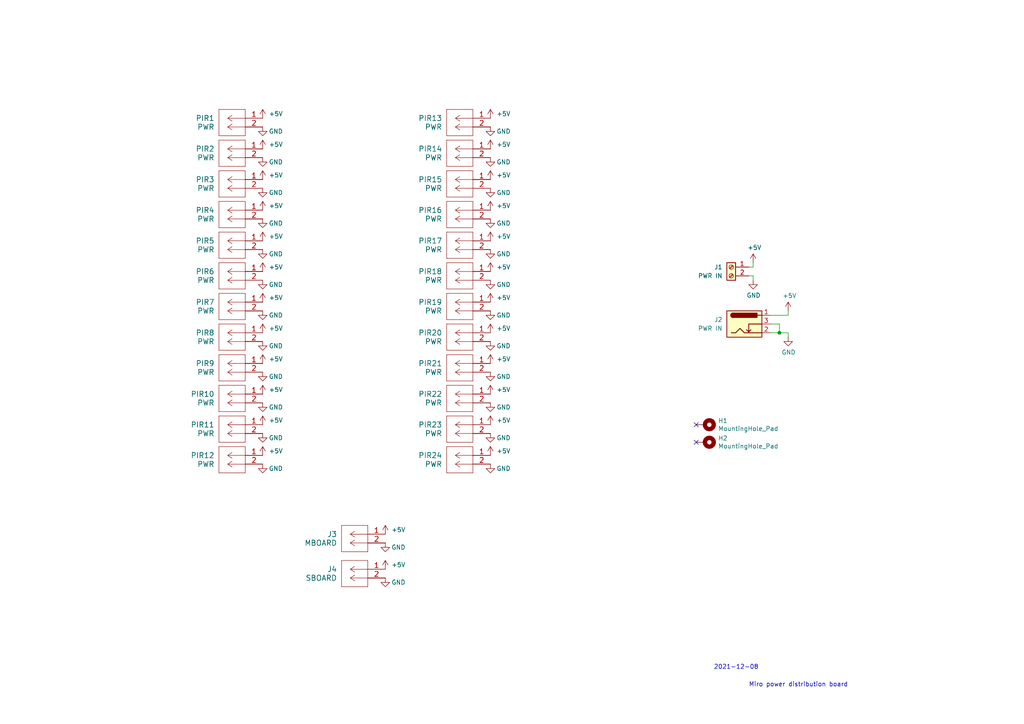
<source format=kicad_sch>
(kicad_sch
	(version 20231120)
	(generator "eeschema")
	(generator_version "8.0")
	(uuid "1a6ddb40-c786-41ed-b056-1af3e3284bdb")
	(paper "A4")
	(lib_symbols
		(symbol "Connector:Barrel_Jack_Switch"
			(pin_names hide)
			(exclude_from_sim no)
			(in_bom yes)
			(on_board yes)
			(property "Reference" "J"
				(at 0 5.334 0)
				(effects
					(font
						(size 1.27 1.27)
					)
				)
			)
			(property "Value" "Barrel_Jack_Switch"
				(at 0 -5.08 0)
				(effects
					(font
						(size 1.27 1.27)
					)
				)
			)
			(property "Footprint" ""
				(at 1.27 -1.016 0)
				(effects
					(font
						(size 1.27 1.27)
					)
					(hide yes)
				)
			)
			(property "Datasheet" "~"
				(at 1.27 -1.016 0)
				(effects
					(font
						(size 1.27 1.27)
					)
					(hide yes)
				)
			)
			(property "Description" "DC Barrel Jack with an internal switch"
				(at 0 0 0)
				(effects
					(font
						(size 1.27 1.27)
					)
					(hide yes)
				)
			)
			(property "ki_keywords" "DC power barrel jack connector"
				(at 0 0 0)
				(effects
					(font
						(size 1.27 1.27)
					)
					(hide yes)
				)
			)
			(property "ki_fp_filters" "BarrelJack*"
				(at 0 0 0)
				(effects
					(font
						(size 1.27 1.27)
					)
					(hide yes)
				)
			)
			(symbol "Barrel_Jack_Switch_0_1"
				(rectangle
					(start -5.08 3.81)
					(end 5.08 -3.81)
					(stroke
						(width 0.254)
						(type default)
					)
					(fill
						(type background)
					)
				)
				(arc
					(start -3.302 3.175)
					(mid -3.9343 2.54)
					(end -3.302 1.905)
					(stroke
						(width 0.254)
						(type default)
					)
					(fill
						(type none)
					)
				)
				(arc
					(start -3.302 3.175)
					(mid -3.9343 2.54)
					(end -3.302 1.905)
					(stroke
						(width 0.254)
						(type default)
					)
					(fill
						(type outline)
					)
				)
				(polyline
					(pts
						(xy 1.27 -2.286) (xy 1.905 -1.651)
					)
					(stroke
						(width 0.254)
						(type default)
					)
					(fill
						(type none)
					)
				)
				(polyline
					(pts
						(xy 5.08 2.54) (xy 3.81 2.54)
					)
					(stroke
						(width 0.254)
						(type default)
					)
					(fill
						(type none)
					)
				)
				(polyline
					(pts
						(xy 5.08 0) (xy 1.27 0) (xy 1.27 -2.286) (xy 0.635 -1.651)
					)
					(stroke
						(width 0.254)
						(type default)
					)
					(fill
						(type none)
					)
				)
				(polyline
					(pts
						(xy -3.81 -2.54) (xy -2.54 -2.54) (xy -1.27 -1.27) (xy 0 -2.54) (xy 2.54 -2.54) (xy 5.08 -2.54)
					)
					(stroke
						(width 0.254)
						(type default)
					)
					(fill
						(type none)
					)
				)
				(rectangle
					(start 3.683 3.175)
					(end -3.302 1.905)
					(stroke
						(width 0.254)
						(type default)
					)
					(fill
						(type outline)
					)
				)
			)
			(symbol "Barrel_Jack_Switch_1_1"
				(pin passive line
					(at 7.62 2.54 180)
					(length 2.54)
					(name "~"
						(effects
							(font
								(size 1.27 1.27)
							)
						)
					)
					(number "1"
						(effects
							(font
								(size 1.27 1.27)
							)
						)
					)
				)
				(pin passive line
					(at 7.62 -2.54 180)
					(length 2.54)
					(name "~"
						(effects
							(font
								(size 1.27 1.27)
							)
						)
					)
					(number "2"
						(effects
							(font
								(size 1.27 1.27)
							)
						)
					)
				)
				(pin passive line
					(at 7.62 0 180)
					(length 2.54)
					(name "~"
						(effects
							(font
								(size 1.27 1.27)
							)
						)
					)
					(number "3"
						(effects
							(font
								(size 1.27 1.27)
							)
						)
					)
				)
			)
		)
		(symbol "Connector:Screw_Terminal_01x02"
			(pin_names
				(offset 1.016) hide)
			(exclude_from_sim no)
			(in_bom yes)
			(on_board yes)
			(property "Reference" "J"
				(at 0 2.54 0)
				(effects
					(font
						(size 1.27 1.27)
					)
				)
			)
			(property "Value" "Screw_Terminal_01x02"
				(at 0 -5.08 0)
				(effects
					(font
						(size 1.27 1.27)
					)
				)
			)
			(property "Footprint" ""
				(at 0 0 0)
				(effects
					(font
						(size 1.27 1.27)
					)
					(hide yes)
				)
			)
			(property "Datasheet" "~"
				(at 0 0 0)
				(effects
					(font
						(size 1.27 1.27)
					)
					(hide yes)
				)
			)
			(property "Description" "Generic screw terminal, single row, 01x02, script generated (kicad-library-utils/schlib/autogen/connector/)"
				(at 0 0 0)
				(effects
					(font
						(size 1.27 1.27)
					)
					(hide yes)
				)
			)
			(property "ki_keywords" "screw terminal"
				(at 0 0 0)
				(effects
					(font
						(size 1.27 1.27)
					)
					(hide yes)
				)
			)
			(property "ki_fp_filters" "TerminalBlock*:*"
				(at 0 0 0)
				(effects
					(font
						(size 1.27 1.27)
					)
					(hide yes)
				)
			)
			(symbol "Screw_Terminal_01x02_1_1"
				(rectangle
					(start -1.27 1.27)
					(end 1.27 -3.81)
					(stroke
						(width 0.254)
						(type default)
					)
					(fill
						(type background)
					)
				)
				(circle
					(center 0 -2.54)
					(radius 0.635)
					(stroke
						(width 0.1524)
						(type default)
					)
					(fill
						(type none)
					)
				)
				(polyline
					(pts
						(xy -0.5334 -2.2098) (xy 0.3302 -3.048)
					)
					(stroke
						(width 0.1524)
						(type default)
					)
					(fill
						(type none)
					)
				)
				(polyline
					(pts
						(xy -0.5334 0.3302) (xy 0.3302 -0.508)
					)
					(stroke
						(width 0.1524)
						(type default)
					)
					(fill
						(type none)
					)
				)
				(polyline
					(pts
						(xy -0.3556 -2.032) (xy 0.508 -2.8702)
					)
					(stroke
						(width 0.1524)
						(type default)
					)
					(fill
						(type none)
					)
				)
				(polyline
					(pts
						(xy -0.3556 0.508) (xy 0.508 -0.3302)
					)
					(stroke
						(width 0.1524)
						(type default)
					)
					(fill
						(type none)
					)
				)
				(circle
					(center 0 0)
					(radius 0.635)
					(stroke
						(width 0.1524)
						(type default)
					)
					(fill
						(type none)
					)
				)
				(pin passive line
					(at -5.08 0 0)
					(length 3.81)
					(name "Pin_1"
						(effects
							(font
								(size 1.27 1.27)
							)
						)
					)
					(number "1"
						(effects
							(font
								(size 1.27 1.27)
							)
						)
					)
				)
				(pin passive line
					(at -5.08 -2.54 0)
					(length 3.81)
					(name "Pin_2"
						(effects
							(font
								(size 1.27 1.27)
							)
						)
					)
					(number "2"
						(effects
							(font
								(size 1.27 1.27)
							)
						)
					)
				)
			)
		)
		(symbol "Mechanical:MountingHole_Pad"
			(pin_numbers hide)
			(pin_names
				(offset 1.016) hide)
			(exclude_from_sim no)
			(in_bom yes)
			(on_board yes)
			(property "Reference" "H"
				(at 0 6.35 0)
				(effects
					(font
						(size 1.27 1.27)
					)
				)
			)
			(property "Value" "MountingHole_Pad"
				(at 0 4.445 0)
				(effects
					(font
						(size 1.27 1.27)
					)
				)
			)
			(property "Footprint" ""
				(at 0 0 0)
				(effects
					(font
						(size 1.27 1.27)
					)
					(hide yes)
				)
			)
			(property "Datasheet" "~"
				(at 0 0 0)
				(effects
					(font
						(size 1.27 1.27)
					)
					(hide yes)
				)
			)
			(property "Description" "Mounting Hole with connection"
				(at 0 0 0)
				(effects
					(font
						(size 1.27 1.27)
					)
					(hide yes)
				)
			)
			(property "ki_keywords" "mounting hole"
				(at 0 0 0)
				(effects
					(font
						(size 1.27 1.27)
					)
					(hide yes)
				)
			)
			(property "ki_fp_filters" "MountingHole*Pad*"
				(at 0 0 0)
				(effects
					(font
						(size 1.27 1.27)
					)
					(hide yes)
				)
			)
			(symbol "MountingHole_Pad_0_1"
				(circle
					(center 0 1.27)
					(radius 1.27)
					(stroke
						(width 1.27)
						(type default)
					)
					(fill
						(type none)
					)
				)
			)
			(symbol "MountingHole_Pad_1_1"
				(pin input line
					(at 0 -2.54 90)
					(length 2.54)
					(name "1"
						(effects
							(font
								(size 1.27 1.27)
							)
						)
					)
					(number "1"
						(effects
							(font
								(size 1.27 1.27)
							)
						)
					)
				)
			)
		)
		(symbol "power:+5V"
			(power)
			(pin_names
				(offset 0)
			)
			(exclude_from_sim no)
			(in_bom yes)
			(on_board yes)
			(property "Reference" "#PWR"
				(at 0 -3.81 0)
				(effects
					(font
						(size 1.27 1.27)
					)
					(hide yes)
				)
			)
			(property "Value" "+5V"
				(at 0 3.556 0)
				(effects
					(font
						(size 1.27 1.27)
					)
				)
			)
			(property "Footprint" ""
				(at 0 0 0)
				(effects
					(font
						(size 1.27 1.27)
					)
					(hide yes)
				)
			)
			(property "Datasheet" ""
				(at 0 0 0)
				(effects
					(font
						(size 1.27 1.27)
					)
					(hide yes)
				)
			)
			(property "Description" "Power symbol creates a global label with name \"+5V\""
				(at 0 0 0)
				(effects
					(font
						(size 1.27 1.27)
					)
					(hide yes)
				)
			)
			(property "ki_keywords" "global power"
				(at 0 0 0)
				(effects
					(font
						(size 1.27 1.27)
					)
					(hide yes)
				)
			)
			(symbol "+5V_0_1"
				(polyline
					(pts
						(xy -0.762 1.27) (xy 0 2.54)
					)
					(stroke
						(width 0)
						(type default)
					)
					(fill
						(type none)
					)
				)
				(polyline
					(pts
						(xy 0 0) (xy 0 2.54)
					)
					(stroke
						(width 0)
						(type default)
					)
					(fill
						(type none)
					)
				)
				(polyline
					(pts
						(xy 0 2.54) (xy 0.762 1.27)
					)
					(stroke
						(width 0)
						(type default)
					)
					(fill
						(type none)
					)
				)
			)
			(symbol "+5V_1_1"
				(pin power_in line
					(at 0 0 90)
					(length 0) hide
					(name "+5V"
						(effects
							(font
								(size 1.27 1.27)
							)
						)
					)
					(number "1"
						(effects
							(font
								(size 1.27 1.27)
							)
						)
					)
				)
			)
		)
		(symbol "power:GND"
			(power)
			(pin_names
				(offset 0)
			)
			(exclude_from_sim no)
			(in_bom yes)
			(on_board yes)
			(property "Reference" "#PWR"
				(at 0 -6.35 0)
				(effects
					(font
						(size 1.27 1.27)
					)
					(hide yes)
				)
			)
			(property "Value" "GND"
				(at 0 -3.81 0)
				(effects
					(font
						(size 1.27 1.27)
					)
				)
			)
			(property "Footprint" ""
				(at 0 0 0)
				(effects
					(font
						(size 1.27 1.27)
					)
					(hide yes)
				)
			)
			(property "Datasheet" ""
				(at 0 0 0)
				(effects
					(font
						(size 1.27 1.27)
					)
					(hide yes)
				)
			)
			(property "Description" "Power symbol creates a global label with name \"GND\" , ground"
				(at 0 0 0)
				(effects
					(font
						(size 1.27 1.27)
					)
					(hide yes)
				)
			)
			(property "ki_keywords" "global power"
				(at 0 0 0)
				(effects
					(font
						(size 1.27 1.27)
					)
					(hide yes)
				)
			)
			(symbol "GND_0_1"
				(polyline
					(pts
						(xy 0 0) (xy 0 -1.27) (xy 1.27 -1.27) (xy 0 -2.54) (xy -1.27 -1.27) (xy 0 -1.27)
					)
					(stroke
						(width 0)
						(type default)
					)
					(fill
						(type none)
					)
				)
			)
			(symbol "GND_1_1"
				(pin power_in line
					(at 0 0 270)
					(length 0) hide
					(name "GND"
						(effects
							(font
								(size 1.27 1.27)
							)
						)
					)
					(number "1"
						(effects
							(font
								(size 1.27 1.27)
							)
						)
					)
				)
			)
		)
		(symbol "power_board-rescue:TE_HDI_2_horiz-miro-v04"
			(pin_names
				(offset 0.254) hide)
			(exclude_from_sim no)
			(in_bom yes)
			(on_board yes)
			(property "Reference" "J"
				(at 8.89 6.35 0)
				(effects
					(font
						(size 1.524 1.524)
					)
				)
			)
			(property "Value" "miro-v04_TE_HDI_2_horiz"
				(at 8.89 3.81 0)
				(effects
					(font
						(size 1.524 1.524)
					)
				)
			)
			(property "Footprint" "miro-v04:TE_HDI_2_horiz"
				(at 8.89 -6.35 0)
				(effects
					(font
						(size 1.524 1.524)
					)
					(hide yes)
				)
			)
			(property "Datasheet" ""
				(at 0 0 0)
				(effects
					(font
						(size 1.524 1.524)
					)
				)
			)
			(property "Description" ""
				(at 0 0 0)
				(effects
					(font
						(size 1.27 1.27)
					)
					(hide yes)
				)
			)
			(property "ki_fp_filters" "CONN_440055-2_TEC"
				(at 0 0 0)
				(effects
					(font
						(size 1.27 1.27)
					)
					(hide yes)
				)
			)
			(symbol "TE_HDI_2_horiz-miro-v04_1_1"
				(polyline
					(pts
						(xy 5.08 -5.08) (xy 12.7 -5.08)
					)
					(stroke
						(width 0.127)
						(type solid)
					)
					(fill
						(type none)
					)
				)
				(polyline
					(pts
						(xy 5.08 2.54) (xy 5.08 -5.08)
					)
					(stroke
						(width 0.127)
						(type solid)
					)
					(fill
						(type none)
					)
				)
				(polyline
					(pts
						(xy 10.16 -2.54) (xy 5.08 -2.54)
					)
					(stroke
						(width 0.127)
						(type solid)
					)
					(fill
						(type none)
					)
				)
				(polyline
					(pts
						(xy 10.16 -2.54) (xy 8.89 -3.3782)
					)
					(stroke
						(width 0.127)
						(type solid)
					)
					(fill
						(type none)
					)
				)
				(polyline
					(pts
						(xy 10.16 -2.54) (xy 8.89 -1.7018)
					)
					(stroke
						(width 0.127)
						(type solid)
					)
					(fill
						(type none)
					)
				)
				(polyline
					(pts
						(xy 10.16 0) (xy 5.08 0)
					)
					(stroke
						(width 0.127)
						(type solid)
					)
					(fill
						(type none)
					)
				)
				(polyline
					(pts
						(xy 10.16 0) (xy 8.89 -0.8382)
					)
					(stroke
						(width 0.127)
						(type solid)
					)
					(fill
						(type none)
					)
				)
				(polyline
					(pts
						(xy 10.16 0) (xy 8.89 0.8382)
					)
					(stroke
						(width 0.127)
						(type solid)
					)
					(fill
						(type none)
					)
				)
				(polyline
					(pts
						(xy 12.7 -5.08) (xy 12.7 2.54)
					)
					(stroke
						(width 0.127)
						(type solid)
					)
					(fill
						(type none)
					)
				)
				(polyline
					(pts
						(xy 12.7 2.54) (xy 5.08 2.54)
					)
					(stroke
						(width 0.127)
						(type solid)
					)
					(fill
						(type none)
					)
				)
				(pin unspecified line
					(at 0 0 0)
					(length 5.08)
					(name "1"
						(effects
							(font
								(size 1.4986 1.4986)
							)
						)
					)
					(number "1"
						(effects
							(font
								(size 1.4986 1.4986)
							)
						)
					)
				)
				(pin unspecified line
					(at 0 -2.54 0)
					(length 5.08)
					(name "2"
						(effects
							(font
								(size 1.4986 1.4986)
							)
						)
					)
					(number "2"
						(effects
							(font
								(size 1.4986 1.4986)
							)
						)
					)
				)
			)
		)
	)
	(junction
		(at 226.06 96.52)
		(diameter 0)
		(color 0 0 0 0)
		(uuid "2506c567-80a1-4c66-b231-eec0f5b6a37d")
	)
	(no_connect
		(at 201.93 128.27)
		(uuid "3e185a67-7dc9-45b9-a6dd-11e780fd59b8")
	)
	(no_connect
		(at 201.93 123.19)
		(uuid "c49dec32-736d-45c1-b9aa-797e1ae47a52")
	)
	(wire
		(pts
			(xy 223.52 91.44) (xy 228.6 91.44)
		)
		(stroke
			(width 0)
			(type default)
		)
		(uuid "08604d72-8481-4517-8d77-eb7f26c9bc7f")
	)
	(wire
		(pts
			(xy 226.06 93.98) (xy 226.06 96.52)
		)
		(stroke
			(width 0)
			(type default)
		)
		(uuid "101743dc-f661-42d4-b9fa-a576e526b9a6")
	)
	(wire
		(pts
			(xy 228.6 96.52) (xy 228.6 97.79)
		)
		(stroke
			(width 0)
			(type default)
		)
		(uuid "19d63209-5e1e-4030-8f32-45973dbf2094")
	)
	(wire
		(pts
			(xy 217.17 77.47) (xy 218.44 77.47)
		)
		(stroke
			(width 0)
			(type default)
		)
		(uuid "22266b64-a0b2-4ce0-8467-e51be4eee29f")
	)
	(wire
		(pts
			(xy 223.52 93.98) (xy 226.06 93.98)
		)
		(stroke
			(width 0)
			(type default)
		)
		(uuid "3173568f-49cb-4b35-b219-f0cad5ff7aa5")
	)
	(wire
		(pts
			(xy 226.06 96.52) (xy 228.6 96.52)
		)
		(stroke
			(width 0)
			(type default)
		)
		(uuid "35b6c280-95d0-4f79-bdf8-26ea772753fb")
	)
	(wire
		(pts
			(xy 217.17 80.01) (xy 218.44 80.01)
		)
		(stroke
			(width 0)
			(type default)
		)
		(uuid "50ff0a45-6e38-49ea-bc02-fef64785f788")
	)
	(wire
		(pts
			(xy 218.44 77.47) (xy 218.44 76.2)
		)
		(stroke
			(width 0)
			(type default)
		)
		(uuid "5c2dbf77-7f55-4a77-94f2-c667a3878164")
	)
	(wire
		(pts
			(xy 218.44 80.01) (xy 218.44 81.28)
		)
		(stroke
			(width 0)
			(type default)
		)
		(uuid "85d564e9-174f-410f-99c4-156fb971281a")
	)
	(wire
		(pts
			(xy 228.6 91.44) (xy 228.6 90.17)
		)
		(stroke
			(width 0)
			(type default)
		)
		(uuid "908ad23d-cbda-4580-afa3-e3ce19ed98ba")
	)
	(wire
		(pts
			(xy 223.52 96.52) (xy 226.06 96.52)
		)
		(stroke
			(width 0)
			(type default)
		)
		(uuid "e0a51739-e925-4cc8-9c37-305e6f71bbe6")
	)
	(text "Miro power distribution board"
		(exclude_from_sim no)
		(at 217.17 199.39 0)
		(effects
			(font
				(size 1.27 1.27)
			)
			(justify left bottom)
		)
		(uuid "ab1029d5-fd6b-4941-8073-cb4b863fb1e2")
	)
	(text "2021-12-08"
		(exclude_from_sim no)
		(at 207.01 194.31 0)
		(effects
			(font
				(size 1.27 1.27)
			)
			(justify left bottom)
		)
		(uuid "b24308fe-45e0-46a4-bbd5-71f2513956b1")
	)
	(symbol
		(lib_id "Connector:Screw_Terminal_01x02")
		(at 212.09 77.47 0)
		(mirror y)
		(unit 1)
		(exclude_from_sim no)
		(in_bom yes)
		(on_board yes)
		(dnp no)
		(uuid "00000000-0000-0000-0000-000061a9eda5")
		(property "Reference" "J1"
			(at 209.55 77.47 0)
			(effects
				(font
					(size 1.27 1.27)
				)
				(justify left)
			)
		)
		(property "Value" "PWR IN"
			(at 209.55 80.01 0)
			(effects
				(font
					(size 1.27 1.27)
				)
				(justify left)
			)
		)
		(property "Footprint" "TerminalBlock:TerminalBlock_bornier-2_P5.08mm"
			(at 212.09 77.47 0)
			(effects
				(font
					(size 1.27 1.27)
				)
				(hide yes)
			)
		)
		(property "Datasheet" "~"
			(at 212.09 77.47 0)
			(effects
				(font
					(size 1.27 1.27)
				)
				(hide yes)
			)
		)
		(property "Description" ""
			(at 212.09 77.47 0)
			(effects
				(font
					(size 1.27 1.27)
				)
				(hide yes)
			)
		)
		(pin "2"
			(uuid "c9811310-133a-44e8-bf9d-29071bfc1237")
		)
		(pin "1"
			(uuid "df91f269-37ad-421e-8ec7-d674fe13dae2")
		)
		(instances
			(project "power_board"
				(path "/1a6ddb40-c786-41ed-b056-1af3e3284bdb"
					(reference "J1")
					(unit 1)
				)
			)
		)
	)
	(symbol
		(lib_id "Connector:Barrel_Jack_Switch")
		(at 215.9 93.98 0)
		(unit 1)
		(exclude_from_sim no)
		(in_bom yes)
		(on_board yes)
		(dnp no)
		(uuid "00000000-0000-0000-0000-000061a9fa6c")
		(property "Reference" "J2"
			(at 209.55 92.71 0)
			(effects
				(font
					(size 1.27 1.27)
				)
				(justify right)
			)
		)
		(property "Value" "PWR IN"
			(at 209.55 95.25 0)
			(effects
				(font
					(size 1.27 1.27)
				)
				(justify right)
			)
		)
		(property "Footprint" "Connector_BarrelPIRack:BarrelJack_Horizontal"
			(at 217.17 94.996 0)
			(effects
				(font
					(size 1.27 1.27)
				)
				(hide yes)
			)
		)
		(property "Datasheet" "~"
			(at 217.17 94.996 0)
			(effects
				(font
					(size 1.27 1.27)
				)
				(hide yes)
			)
		)
		(property "Description" ""
			(at 215.9 93.98 0)
			(effects
				(font
					(size 1.27 1.27)
				)
				(hide yes)
			)
		)
		(pin "2"
			(uuid "8debc7f4-3dc0-4c4d-9765-4e8c617b524f")
		)
		(pin "3"
			(uuid "23a9248b-b999-4c2c-ada2-7cdc092909ca")
		)
		(pin "1"
			(uuid "bc4187a8-0903-488a-a9c0-d5f2e54a32f7")
		)
		(instances
			(project "power_board"
				(path "/1a6ddb40-c786-41ed-b056-1af3e3284bdb"
					(reference "J2")
					(unit 1)
				)
			)
		)
	)
	(symbol
		(lib_id "power:+5V")
		(at 228.6 90.17 0)
		(unit 1)
		(exclude_from_sim no)
		(in_bom yes)
		(on_board yes)
		(dnp no)
		(uuid "00000000-0000-0000-0000-000061aa1492")
		(property "Reference" "#PWR055"
			(at 228.6 93.98 0)
			(effects
				(font
					(size 1.27 1.27)
				)
				(hide yes)
			)
		)
		(property "Value" "+5V"
			(at 228.981 85.7758 0)
			(effects
				(font
					(size 1.27 1.27)
				)
			)
		)
		(property "Footprint" ""
			(at 228.6 90.17 0)
			(effects
				(font
					(size 1.27 1.27)
				)
				(hide yes)
			)
		)
		(property "Datasheet" ""
			(at 228.6 90.17 0)
			(effects
				(font
					(size 1.27 1.27)
				)
				(hide yes)
			)
		)
		(property "Description" ""
			(at 228.6 90.17 0)
			(effects
				(font
					(size 1.27 1.27)
				)
				(hide yes)
			)
		)
		(pin "1"
			(uuid "3accb6f7-fcf5-4316-b734-6da2f5f7036a")
		)
		(instances
			(project "power_board"
				(path "/1a6ddb40-c786-41ed-b056-1af3e3284bdb"
					(reference "#PWR055")
					(unit 1)
				)
			)
		)
	)
	(symbol
		(lib_id "power:+5V")
		(at 218.44 76.2 0)
		(unit 1)
		(exclude_from_sim no)
		(in_bom yes)
		(on_board yes)
		(dnp no)
		(uuid "00000000-0000-0000-0000-000061aa66bd")
		(property "Reference" "#PWR049"
			(at 218.44 80.01 0)
			(effects
				(font
					(size 1.27 1.27)
				)
				(hide yes)
			)
		)
		(property "Value" "+5V"
			(at 218.821 71.8058 0)
			(effects
				(font
					(size 1.27 1.27)
				)
			)
		)
		(property "Footprint" ""
			(at 218.44 76.2 0)
			(effects
				(font
					(size 1.27 1.27)
				)
				(hide yes)
			)
		)
		(property "Datasheet" ""
			(at 218.44 76.2 0)
			(effects
				(font
					(size 1.27 1.27)
				)
				(hide yes)
			)
		)
		(property "Description" ""
			(at 218.44 76.2 0)
			(effects
				(font
					(size 1.27 1.27)
				)
				(hide yes)
			)
		)
		(pin "1"
			(uuid "67f358ee-2a0f-4499-9313-73d45809f148")
		)
		(instances
			(project "power_board"
				(path "/1a6ddb40-c786-41ed-b056-1af3e3284bdb"
					(reference "#PWR049")
					(unit 1)
				)
			)
		)
	)
	(symbol
		(lib_id "power:GND")
		(at 218.44 81.28 0)
		(unit 1)
		(exclude_from_sim no)
		(in_bom yes)
		(on_board yes)
		(dnp no)
		(uuid "00000000-0000-0000-0000-000061aa6c49")
		(property "Reference" "#PWR050"
			(at 218.44 87.63 0)
			(effects
				(font
					(size 1.27 1.27)
				)
				(hide yes)
			)
		)
		(property "Value" "GND"
			(at 218.567 85.6742 0)
			(effects
				(font
					(size 1.27 1.27)
				)
			)
		)
		(property "Footprint" ""
			(at 218.44 81.28 0)
			(effects
				(font
					(size 1.27 1.27)
				)
				(hide yes)
			)
		)
		(property "Datasheet" ""
			(at 218.44 81.28 0)
			(effects
				(font
					(size 1.27 1.27)
				)
				(hide yes)
			)
		)
		(property "Description" ""
			(at 218.44 81.28 0)
			(effects
				(font
					(size 1.27 1.27)
				)
				(hide yes)
			)
		)
		(pin "1"
			(uuid "451bde3b-73f2-4287-8a56-ffacd0a7df77")
		)
		(instances
			(project "power_board"
				(path "/1a6ddb40-c786-41ed-b056-1af3e3284bdb"
					(reference "#PWR050")
					(unit 1)
				)
			)
		)
	)
	(symbol
		(lib_id "power:GND")
		(at 228.6 97.79 0)
		(unit 1)
		(exclude_from_sim no)
		(in_bom yes)
		(on_board yes)
		(dnp no)
		(uuid "00000000-0000-0000-0000-000061aa957c")
		(property "Reference" "#PWR056"
			(at 228.6 104.14 0)
			(effects
				(font
					(size 1.27 1.27)
				)
				(hide yes)
			)
		)
		(property "Value" "GND"
			(at 228.727 102.1842 0)
			(effects
				(font
					(size 1.27 1.27)
				)
			)
		)
		(property "Footprint" ""
			(at 228.6 97.79 0)
			(effects
				(font
					(size 1.27 1.27)
				)
				(hide yes)
			)
		)
		(property "Datasheet" ""
			(at 228.6 97.79 0)
			(effects
				(font
					(size 1.27 1.27)
				)
				(hide yes)
			)
		)
		(property "Description" ""
			(at 228.6 97.79 0)
			(effects
				(font
					(size 1.27 1.27)
				)
				(hide yes)
			)
		)
		(pin "1"
			(uuid "08f3874a-9778-4ad6-b32d-cbdd8c2bffd6")
		)
		(instances
			(project "power_board"
				(path "/1a6ddb40-c786-41ed-b056-1af3e3284bdb"
					(reference "#PWR056")
					(unit 1)
				)
			)
		)
	)
	(symbol
		(lib_id "power_board-rescue:TE_HDI_2_horiz-miro-v04")
		(at 76.2 34.29 0)
		(mirror y)
		(unit 1)
		(exclude_from_sim no)
		(in_bom yes)
		(on_board yes)
		(dnp no)
		(uuid "00000000-0000-0000-0000-000061aacdb7")
		(property "Reference" "PIR1"
			(at 62.23 34.29 0)
			(effects
				(font
					(size 1.524 1.524)
				)
				(justify left)
			)
		)
		(property "Value" "PWR"
			(at 62.23 36.83 0)
			(effects
				(font
					(size 1.524 1.524)
				)
				(justify left)
			)
		)
		(property "Footprint" "miro-v04:TE_HDI_2_horiz"
			(at 67.31 40.64 0)
			(effects
				(font
					(size 1.524 1.524)
				)
				(hide yes)
			)
		)
		(property "Datasheet" ""
			(at 76.2 34.29 0)
			(effects
				(font
					(size 1.524 1.524)
				)
			)
		)
		(property "Description" ""
			(at 76.2 34.29 0)
			(effects
				(font
					(size 1.27 1.27)
				)
				(hide yes)
			)
		)
		(pin "2"
			(uuid "dbbd5273-7f7f-4146-a64a-742a37ee9550")
		)
		(pin "1"
			(uuid "02b8c209-c402-4eb0-9cea-079ce6acce2a")
		)
		(instances
			(project "power_board"
				(path "/1a6ddb40-c786-41ed-b056-1af3e3284bdb"
					(reference "PIR1")
					(unit 1)
				)
			)
		)
	)
	(symbol
		(lib_id "power:+5V")
		(at 76.2 34.29 0)
		(unit 1)
		(exclude_from_sim no)
		(in_bom yes)
		(on_board yes)
		(dnp no)
		(uuid "00000000-0000-0000-0000-000061aae57f")
		(property "Reference" "#PWR01"
			(at 76.2 38.1 0)
			(effects
				(font
					(size 1.27 1.27)
				)
				(hide yes)
			)
		)
		(property "Value" "+5V"
			(at 80.01 33.02 0)
			(effects
				(font
					(size 1.27 1.27)
				)
			)
		)
		(property "Footprint" ""
			(at 76.2 34.29 0)
			(effects
				(font
					(size 1.27 1.27)
				)
				(hide yes)
			)
		)
		(property "Datasheet" ""
			(at 76.2 34.29 0)
			(effects
				(font
					(size 1.27 1.27)
				)
				(hide yes)
			)
		)
		(property "Description" ""
			(at 76.2 34.29 0)
			(effects
				(font
					(size 1.27 1.27)
				)
				(hide yes)
			)
		)
		(pin "1"
			(uuid "fedddf38-1416-4a54-85ac-308bc2ff0941")
		)
		(instances
			(project "power_board"
				(path "/1a6ddb40-c786-41ed-b056-1af3e3284bdb"
					(reference "#PWR01")
					(unit 1)
				)
			)
		)
	)
	(symbol
		(lib_id "power:GND")
		(at 76.2 36.83 0)
		(unit 1)
		(exclude_from_sim no)
		(in_bom yes)
		(on_board yes)
		(dnp no)
		(uuid "00000000-0000-0000-0000-000061aae833")
		(property "Reference" "#PWR02"
			(at 76.2 43.18 0)
			(effects
				(font
					(size 1.27 1.27)
				)
				(hide yes)
			)
		)
		(property "Value" "GND"
			(at 80.01 38.1 0)
			(effects
				(font
					(size 1.27 1.27)
				)
			)
		)
		(property "Footprint" ""
			(at 76.2 36.83 0)
			(effects
				(font
					(size 1.27 1.27)
				)
				(hide yes)
			)
		)
		(property "Datasheet" ""
			(at 76.2 36.83 0)
			(effects
				(font
					(size 1.27 1.27)
				)
				(hide yes)
			)
		)
		(property "Description" ""
			(at 76.2 36.83 0)
			(effects
				(font
					(size 1.27 1.27)
				)
				(hide yes)
			)
		)
		(pin "1"
			(uuid "d8ad3661-f536-4176-90ad-ddbdf86a4d89")
		)
		(instances
			(project "power_board"
				(path "/1a6ddb40-c786-41ed-b056-1af3e3284bdb"
					(reference "#PWR02")
					(unit 1)
				)
			)
		)
	)
	(symbol
		(lib_id "power_board-rescue:TE_HDI_2_horiz-miro-v04")
		(at 76.2 43.18 0)
		(mirror y)
		(unit 1)
		(exclude_from_sim no)
		(in_bom yes)
		(on_board yes)
		(dnp no)
		(uuid "00000000-0000-0000-0000-000061ab7bb6")
		(property "Reference" "PIR2"
			(at 62.23 43.18 0)
			(effects
				(font
					(size 1.524 1.524)
				)
				(justify left)
			)
		)
		(property "Value" "PWR"
			(at 62.23 45.72 0)
			(effects
				(font
					(size 1.524 1.524)
				)
				(justify left)
			)
		)
		(property "Footprint" "miro-v04:TE_HDI_2_horiz"
			(at 67.31 49.53 0)
			(effects
				(font
					(size 1.524 1.524)
				)
				(hide yes)
			)
		)
		(property "Datasheet" ""
			(at 76.2 43.18 0)
			(effects
				(font
					(size 1.524 1.524)
				)
			)
		)
		(property "Description" ""
			(at 76.2 43.18 0)
			(effects
				(font
					(size 1.27 1.27)
				)
				(hide yes)
			)
		)
		(pin "2"
			(uuid "775f1a6f-57d4-4fb4-9a60-3806bfefa77b")
		)
		(pin "1"
			(uuid "73eaf9e4-61ae-461f-a045-9372616c0251")
		)
		(instances
			(project "power_board"
				(path "/1a6ddb40-c786-41ed-b056-1af3e3284bdb"
					(reference "PIR2")
					(unit 1)
				)
			)
		)
	)
	(symbol
		(lib_id "power:+5V")
		(at 76.2 43.18 0)
		(unit 1)
		(exclude_from_sim no)
		(in_bom yes)
		(on_board yes)
		(dnp no)
		(uuid "00000000-0000-0000-0000-000061ab7bbc")
		(property "Reference" "#PWR03"
			(at 76.2 46.99 0)
			(effects
				(font
					(size 1.27 1.27)
				)
				(hide yes)
			)
		)
		(property "Value" "+5V"
			(at 80.01 41.91 0)
			(effects
				(font
					(size 1.27 1.27)
				)
			)
		)
		(property "Footprint" ""
			(at 76.2 43.18 0)
			(effects
				(font
					(size 1.27 1.27)
				)
				(hide yes)
			)
		)
		(property "Datasheet" ""
			(at 76.2 43.18 0)
			(effects
				(font
					(size 1.27 1.27)
				)
				(hide yes)
			)
		)
		(property "Description" ""
			(at 76.2 43.18 0)
			(effects
				(font
					(size 1.27 1.27)
				)
				(hide yes)
			)
		)
		(pin "1"
			(uuid "871b8084-6a79-4ce8-8f04-533fe2c3d1e2")
		)
		(instances
			(project "power_board"
				(path "/1a6ddb40-c786-41ed-b056-1af3e3284bdb"
					(reference "#PWR03")
					(unit 1)
				)
			)
		)
	)
	(symbol
		(lib_id "power:GND")
		(at 76.2 45.72 0)
		(unit 1)
		(exclude_from_sim no)
		(in_bom yes)
		(on_board yes)
		(dnp no)
		(uuid "00000000-0000-0000-0000-000061ab7bc2")
		(property "Reference" "#PWR04"
			(at 76.2 52.07 0)
			(effects
				(font
					(size 1.27 1.27)
				)
				(hide yes)
			)
		)
		(property "Value" "GND"
			(at 80.01 46.99 0)
			(effects
				(font
					(size 1.27 1.27)
				)
			)
		)
		(property "Footprint" ""
			(at 76.2 45.72 0)
			(effects
				(font
					(size 1.27 1.27)
				)
				(hide yes)
			)
		)
		(property "Datasheet" ""
			(at 76.2 45.72 0)
			(effects
				(font
					(size 1.27 1.27)
				)
				(hide yes)
			)
		)
		(property "Description" ""
			(at 76.2 45.72 0)
			(effects
				(font
					(size 1.27 1.27)
				)
				(hide yes)
			)
		)
		(pin "1"
			(uuid "52bc5a49-5182-4221-8010-b974826697d7")
		)
		(instances
			(project "power_board"
				(path "/1a6ddb40-c786-41ed-b056-1af3e3284bdb"
					(reference "#PWR04")
					(unit 1)
				)
			)
		)
	)
	(symbol
		(lib_id "power_board-rescue:TE_HDI_2_horiz-miro-v04")
		(at 76.2 52.07 0)
		(mirror y)
		(unit 1)
		(exclude_from_sim no)
		(in_bom yes)
		(on_board yes)
		(dnp no)
		(uuid "00000000-0000-0000-0000-000061ab7ffe")
		(property "Reference" "PIR3"
			(at 62.23 52.07 0)
			(effects
				(font
					(size 1.524 1.524)
				)
				(justify left)
			)
		)
		(property "Value" "PWR"
			(at 62.23 54.61 0)
			(effects
				(font
					(size 1.524 1.524)
				)
				(justify left)
			)
		)
		(property "Footprint" "miro-v04:TE_HDI_2_horiz"
			(at 67.31 58.42 0)
			(effects
				(font
					(size 1.524 1.524)
				)
				(hide yes)
			)
		)
		(property "Datasheet" ""
			(at 76.2 52.07 0)
			(effects
				(font
					(size 1.524 1.524)
				)
			)
		)
		(property "Description" ""
			(at 76.2 52.07 0)
			(effects
				(font
					(size 1.27 1.27)
				)
				(hide yes)
			)
		)
		(pin "2"
			(uuid "80ca3b21-1981-4b4f-94ad-1367ac7cac83")
		)
		(pin "1"
			(uuid "6cd29246-93b6-4c67-806b-65ba87ff15e1")
		)
		(instances
			(project "power_board"
				(path "/1a6ddb40-c786-41ed-b056-1af3e3284bdb"
					(reference "PIR3")
					(unit 1)
				)
			)
		)
	)
	(symbol
		(lib_id "power:+5V")
		(at 76.2 52.07 0)
		(unit 1)
		(exclude_from_sim no)
		(in_bom yes)
		(on_board yes)
		(dnp no)
		(uuid "00000000-0000-0000-0000-000061ab8004")
		(property "Reference" "#PWR05"
			(at 76.2 55.88 0)
			(effects
				(font
					(size 1.27 1.27)
				)
				(hide yes)
			)
		)
		(property "Value" "+5V"
			(at 80.01 50.8 0)
			(effects
				(font
					(size 1.27 1.27)
				)
			)
		)
		(property "Footprint" ""
			(at 76.2 52.07 0)
			(effects
				(font
					(size 1.27 1.27)
				)
				(hide yes)
			)
		)
		(property "Datasheet" ""
			(at 76.2 52.07 0)
			(effects
				(font
					(size 1.27 1.27)
				)
				(hide yes)
			)
		)
		(property "Description" ""
			(at 76.2 52.07 0)
			(effects
				(font
					(size 1.27 1.27)
				)
				(hide yes)
			)
		)
		(pin "1"
			(uuid "77a681e9-d959-4da0-ac8c-d28a51935a35")
		)
		(instances
			(project "power_board"
				(path "/1a6ddb40-c786-41ed-b056-1af3e3284bdb"
					(reference "#PWR05")
					(unit 1)
				)
			)
		)
	)
	(symbol
		(lib_id "power:GND")
		(at 76.2 54.61 0)
		(unit 1)
		(exclude_from_sim no)
		(in_bom yes)
		(on_board yes)
		(dnp no)
		(uuid "00000000-0000-0000-0000-000061ab800a")
		(property "Reference" "#PWR06"
			(at 76.2 60.96 0)
			(effects
				(font
					(size 1.27 1.27)
				)
				(hide yes)
			)
		)
		(property "Value" "GND"
			(at 80.01 55.88 0)
			(effects
				(font
					(size 1.27 1.27)
				)
			)
		)
		(property "Footprint" ""
			(at 76.2 54.61 0)
			(effects
				(font
					(size 1.27 1.27)
				)
				(hide yes)
			)
		)
		(property "Datasheet" ""
			(at 76.2 54.61 0)
			(effects
				(font
					(size 1.27 1.27)
				)
				(hide yes)
			)
		)
		(property "Description" ""
			(at 76.2 54.61 0)
			(effects
				(font
					(size 1.27 1.27)
				)
				(hide yes)
			)
		)
		(pin "1"
			(uuid "b9dc422a-bede-4632-b73e-39818027eed8")
		)
		(instances
			(project "power_board"
				(path "/1a6ddb40-c786-41ed-b056-1af3e3284bdb"
					(reference "#PWR06")
					(unit 1)
				)
			)
		)
	)
	(symbol
		(lib_id "power_board-rescue:TE_HDI_2_horiz-miro-v04")
		(at 76.2 60.96 0)
		(mirror y)
		(unit 1)
		(exclude_from_sim no)
		(in_bom yes)
		(on_board yes)
		(dnp no)
		(uuid "00000000-0000-0000-0000-000061ab8dee")
		(property "Reference" "PIR4"
			(at 62.23 60.96 0)
			(effects
				(font
					(size 1.524 1.524)
				)
				(justify left)
			)
		)
		(property "Value" "PWR"
			(at 62.23 63.5 0)
			(effects
				(font
					(size 1.524 1.524)
				)
				(justify left)
			)
		)
		(property "Footprint" "miro-v04:TE_HDI_2_horiz"
			(at 67.31 67.31 0)
			(effects
				(font
					(size 1.524 1.524)
				)
				(hide yes)
			)
		)
		(property "Datasheet" ""
			(at 76.2 60.96 0)
			(effects
				(font
					(size 1.524 1.524)
				)
			)
		)
		(property "Description" ""
			(at 76.2 60.96 0)
			(effects
				(font
					(size 1.27 1.27)
				)
				(hide yes)
			)
		)
		(pin "2"
			(uuid "e5188b33-2135-49ea-a3aa-fe04a3322f8c")
		)
		(pin "1"
			(uuid "85ea9331-261b-4a51-b4a2-5442ea6a3222")
		)
		(instances
			(project "power_board"
				(path "/1a6ddb40-c786-41ed-b056-1af3e3284bdb"
					(reference "PIR4")
					(unit 1)
				)
			)
		)
	)
	(symbol
		(lib_id "power:+5V")
		(at 76.2 60.96 0)
		(unit 1)
		(exclude_from_sim no)
		(in_bom yes)
		(on_board yes)
		(dnp no)
		(uuid "00000000-0000-0000-0000-000061ab8df4")
		(property "Reference" "#PWR07"
			(at 76.2 64.77 0)
			(effects
				(font
					(size 1.27 1.27)
				)
				(hide yes)
			)
		)
		(property "Value" "+5V"
			(at 80.01 59.69 0)
			(effects
				(font
					(size 1.27 1.27)
				)
			)
		)
		(property "Footprint" ""
			(at 76.2 60.96 0)
			(effects
				(font
					(size 1.27 1.27)
				)
				(hide yes)
			)
		)
		(property "Datasheet" ""
			(at 76.2 60.96 0)
			(effects
				(font
					(size 1.27 1.27)
				)
				(hide yes)
			)
		)
		(property "Description" ""
			(at 76.2 60.96 0)
			(effects
				(font
					(size 1.27 1.27)
				)
				(hide yes)
			)
		)
		(pin "1"
			(uuid "f01c8fda-d9f6-4c8b-9465-efcb715e6b25")
		)
		(instances
			(project "power_board"
				(path "/1a6ddb40-c786-41ed-b056-1af3e3284bdb"
					(reference "#PWR07")
					(unit 1)
				)
			)
		)
	)
	(symbol
		(lib_id "power:GND")
		(at 76.2 63.5 0)
		(unit 1)
		(exclude_from_sim no)
		(in_bom yes)
		(on_board yes)
		(dnp no)
		(uuid "00000000-0000-0000-0000-000061ab8dfa")
		(property "Reference" "#PWR08"
			(at 76.2 69.85 0)
			(effects
				(font
					(size 1.27 1.27)
				)
				(hide yes)
			)
		)
		(property "Value" "GND"
			(at 80.01 64.77 0)
			(effects
				(font
					(size 1.27 1.27)
				)
			)
		)
		(property "Footprint" ""
			(at 76.2 63.5 0)
			(effects
				(font
					(size 1.27 1.27)
				)
				(hide yes)
			)
		)
		(property "Datasheet" ""
			(at 76.2 63.5 0)
			(effects
				(font
					(size 1.27 1.27)
				)
				(hide yes)
			)
		)
		(property "Description" ""
			(at 76.2 63.5 0)
			(effects
				(font
					(size 1.27 1.27)
				)
				(hide yes)
			)
		)
		(pin "1"
			(uuid "f96130f6-96f9-4102-93e3-f99f4745bf24")
		)
		(instances
			(project "power_board"
				(path "/1a6ddb40-c786-41ed-b056-1af3e3284bdb"
					(reference "#PWR08")
					(unit 1)
				)
			)
		)
	)
	(symbol
		(lib_id "power_board-rescue:TE_HDI_2_horiz-miro-v04")
		(at 76.2 69.85 0)
		(mirror y)
		(unit 1)
		(exclude_from_sim no)
		(in_bom yes)
		(on_board yes)
		(dnp no)
		(uuid "00000000-0000-0000-0000-000061ac0a62")
		(property "Reference" "PIR5"
			(at 62.23 69.85 0)
			(effects
				(font
					(size 1.524 1.524)
				)
				(justify left)
			)
		)
		(property "Value" "PWR"
			(at 62.23 72.39 0)
			(effects
				(font
					(size 1.524 1.524)
				)
				(justify left)
			)
		)
		(property "Footprint" "miro-v04:TE_HDI_2_horiz"
			(at 67.31 76.2 0)
			(effects
				(font
					(size 1.524 1.524)
				)
				(hide yes)
			)
		)
		(property "Datasheet" ""
			(at 76.2 69.85 0)
			(effects
				(font
					(size 1.524 1.524)
				)
			)
		)
		(property "Description" ""
			(at 76.2 69.85 0)
			(effects
				(font
					(size 1.27 1.27)
				)
				(hide yes)
			)
		)
		(pin "1"
			(uuid "140d3763-f943-4f68-b29b-5f0b1c822570")
		)
		(pin "2"
			(uuid "56c834e7-e307-44e7-a070-f50a07fafe52")
		)
		(instances
			(project "power_board"
				(path "/1a6ddb40-c786-41ed-b056-1af3e3284bdb"
					(reference "PIR5")
					(unit 1)
				)
			)
		)
	)
	(symbol
		(lib_id "power:+5V")
		(at 76.2 69.85 0)
		(unit 1)
		(exclude_from_sim no)
		(in_bom yes)
		(on_board yes)
		(dnp no)
		(uuid "00000000-0000-0000-0000-000061ac0a68")
		(property "Reference" "#PWR09"
			(at 76.2 73.66 0)
			(effects
				(font
					(size 1.27 1.27)
				)
				(hide yes)
			)
		)
		(property "Value" "+5V"
			(at 80.01 68.58 0)
			(effects
				(font
					(size 1.27 1.27)
				)
			)
		)
		(property "Footprint" ""
			(at 76.2 69.85 0)
			(effects
				(font
					(size 1.27 1.27)
				)
				(hide yes)
			)
		)
		(property "Datasheet" ""
			(at 76.2 69.85 0)
			(effects
				(font
					(size 1.27 1.27)
				)
				(hide yes)
			)
		)
		(property "Description" ""
			(at 76.2 69.85 0)
			(effects
				(font
					(size 1.27 1.27)
				)
				(hide yes)
			)
		)
		(pin "1"
			(uuid "d72a8f1c-d884-4ca3-a7bd-844820b762ca")
		)
		(instances
			(project "power_board"
				(path "/1a6ddb40-c786-41ed-b056-1af3e3284bdb"
					(reference "#PWR09")
					(unit 1)
				)
			)
		)
	)
	(symbol
		(lib_id "power:GND")
		(at 76.2 72.39 0)
		(unit 1)
		(exclude_from_sim no)
		(in_bom yes)
		(on_board yes)
		(dnp no)
		(uuid "00000000-0000-0000-0000-000061ac0a6e")
		(property "Reference" "#PWR010"
			(at 76.2 78.74 0)
			(effects
				(font
					(size 1.27 1.27)
				)
				(hide yes)
			)
		)
		(property "Value" "GND"
			(at 80.01 73.66 0)
			(effects
				(font
					(size 1.27 1.27)
				)
			)
		)
		(property "Footprint" ""
			(at 76.2 72.39 0)
			(effects
				(font
					(size 1.27 1.27)
				)
				(hide yes)
			)
		)
		(property "Datasheet" ""
			(at 76.2 72.39 0)
			(effects
				(font
					(size 1.27 1.27)
				)
				(hide yes)
			)
		)
		(property "Description" ""
			(at 76.2 72.39 0)
			(effects
				(font
					(size 1.27 1.27)
				)
				(hide yes)
			)
		)
		(pin "1"
			(uuid "84da6fb6-514c-4aab-86a9-aa194fa42d9e")
		)
		(instances
			(project "power_board"
				(path "/1a6ddb40-c786-41ed-b056-1af3e3284bdb"
					(reference "#PWR010")
					(unit 1)
				)
			)
		)
	)
	(symbol
		(lib_id "power_board-rescue:TE_HDI_2_horiz-miro-v04")
		(at 76.2 78.74 0)
		(mirror y)
		(unit 1)
		(exclude_from_sim no)
		(in_bom yes)
		(on_board yes)
		(dnp no)
		(uuid "00000000-0000-0000-0000-000061ac0a74")
		(property "Reference" "PIR6"
			(at 62.23 78.74 0)
			(effects
				(font
					(size 1.524 1.524)
				)
				(justify left)
			)
		)
		(property "Value" "PWR"
			(at 62.23 81.28 0)
			(effects
				(font
					(size 1.524 1.524)
				)
				(justify left)
			)
		)
		(property "Footprint" "miro-v04:TE_HDI_2_horiz"
			(at 67.31 85.09 0)
			(effects
				(font
					(size 1.524 1.524)
				)
				(hide yes)
			)
		)
		(property "Datasheet" ""
			(at 76.2 78.74 0)
			(effects
				(font
					(size 1.524 1.524)
				)
			)
		)
		(property "Description" ""
			(at 76.2 78.74 0)
			(effects
				(font
					(size 1.27 1.27)
				)
				(hide yes)
			)
		)
		(pin "1"
			(uuid "a87a02eb-013c-43e8-a088-4fb09427b056")
		)
		(pin "2"
			(uuid "5a119660-1e4b-4579-a6d6-c2d9c451ff58")
		)
		(instances
			(project "power_board"
				(path "/1a6ddb40-c786-41ed-b056-1af3e3284bdb"
					(reference "PIR6")
					(unit 1)
				)
			)
		)
	)
	(symbol
		(lib_id "power:+5V")
		(at 76.2 78.74 0)
		(unit 1)
		(exclude_from_sim no)
		(in_bom yes)
		(on_board yes)
		(dnp no)
		(uuid "00000000-0000-0000-0000-000061ac0a7a")
		(property "Reference" "#PWR011"
			(at 76.2 82.55 0)
			(effects
				(font
					(size 1.27 1.27)
				)
				(hide yes)
			)
		)
		(property "Value" "+5V"
			(at 80.01 77.47 0)
			(effects
				(font
					(size 1.27 1.27)
				)
			)
		)
		(property "Footprint" ""
			(at 76.2 78.74 0)
			(effects
				(font
					(size 1.27 1.27)
				)
				(hide yes)
			)
		)
		(property "Datasheet" ""
			(at 76.2 78.74 0)
			(effects
				(font
					(size 1.27 1.27)
				)
				(hide yes)
			)
		)
		(property "Description" ""
			(at 76.2 78.74 0)
			(effects
				(font
					(size 1.27 1.27)
				)
				(hide yes)
			)
		)
		(pin "1"
			(uuid "fc6ba177-f054-4066-bbcb-2bb7ca3d3d10")
		)
		(instances
			(project "power_board"
				(path "/1a6ddb40-c786-41ed-b056-1af3e3284bdb"
					(reference "#PWR011")
					(unit 1)
				)
			)
		)
	)
	(symbol
		(lib_id "power:GND")
		(at 76.2 81.28 0)
		(unit 1)
		(exclude_from_sim no)
		(in_bom yes)
		(on_board yes)
		(dnp no)
		(uuid "00000000-0000-0000-0000-000061ac0a80")
		(property "Reference" "#PWR012"
			(at 76.2 87.63 0)
			(effects
				(font
					(size 1.27 1.27)
				)
				(hide yes)
			)
		)
		(property "Value" "GND"
			(at 80.01 82.55 0)
			(effects
				(font
					(size 1.27 1.27)
				)
			)
		)
		(property "Footprint" ""
			(at 76.2 81.28 0)
			(effects
				(font
					(size 1.27 1.27)
				)
				(hide yes)
			)
		)
		(property "Datasheet" ""
			(at 76.2 81.28 0)
			(effects
				(font
					(size 1.27 1.27)
				)
				(hide yes)
			)
		)
		(property "Description" ""
			(at 76.2 81.28 0)
			(effects
				(font
					(size 1.27 1.27)
				)
				(hide yes)
			)
		)
		(pin "1"
			(uuid "fb6ee070-cad5-4436-aa32-4560b5995c70")
		)
		(instances
			(project "power_board"
				(path "/1a6ddb40-c786-41ed-b056-1af3e3284bdb"
					(reference "#PWR012")
					(unit 1)
				)
			)
		)
	)
	(symbol
		(lib_id "power_board-rescue:TE_HDI_2_horiz-miro-v04")
		(at 76.2 87.63 0)
		(mirror y)
		(unit 1)
		(exclude_from_sim no)
		(in_bom yes)
		(on_board yes)
		(dnp no)
		(uuid "00000000-0000-0000-0000-000061ac0a86")
		(property "Reference" "PIR7"
			(at 62.23 87.63 0)
			(effects
				(font
					(size 1.524 1.524)
				)
				(justify left)
			)
		)
		(property "Value" "PWR"
			(at 62.23 90.17 0)
			(effects
				(font
					(size 1.524 1.524)
				)
				(justify left)
			)
		)
		(property "Footprint" "miro-v04:TE_HDI_2_horiz"
			(at 67.31 93.98 0)
			(effects
				(font
					(size 1.524 1.524)
				)
				(hide yes)
			)
		)
		(property "Datasheet" ""
			(at 76.2 87.63 0)
			(effects
				(font
					(size 1.524 1.524)
				)
			)
		)
		(property "Description" ""
			(at 76.2 87.63 0)
			(effects
				(font
					(size 1.27 1.27)
				)
				(hide yes)
			)
		)
		(pin "2"
			(uuid "cce234d0-d87b-4f6e-b996-273b55c62a14")
		)
		(pin "1"
			(uuid "b26ed1d7-9c29-4753-8411-203a28bdf4ab")
		)
		(instances
			(project "power_board"
				(path "/1a6ddb40-c786-41ed-b056-1af3e3284bdb"
					(reference "PIR7")
					(unit 1)
				)
			)
		)
	)
	(symbol
		(lib_id "power:+5V")
		(at 76.2 87.63 0)
		(unit 1)
		(exclude_from_sim no)
		(in_bom yes)
		(on_board yes)
		(dnp no)
		(uuid "00000000-0000-0000-0000-000061ac0a8c")
		(property "Reference" "#PWR013"
			(at 76.2 91.44 0)
			(effects
				(font
					(size 1.27 1.27)
				)
				(hide yes)
			)
		)
		(property "Value" "+5V"
			(at 80.01 86.36 0)
			(effects
				(font
					(size 1.27 1.27)
				)
			)
		)
		(property "Footprint" ""
			(at 76.2 87.63 0)
			(effects
				(font
					(size 1.27 1.27)
				)
				(hide yes)
			)
		)
		(property "Datasheet" ""
			(at 76.2 87.63 0)
			(effects
				(font
					(size 1.27 1.27)
				)
				(hide yes)
			)
		)
		(property "Description" ""
			(at 76.2 87.63 0)
			(effects
				(font
					(size 1.27 1.27)
				)
				(hide yes)
			)
		)
		(pin "1"
			(uuid "acd55073-ded5-498a-9e29-3c59487eb894")
		)
		(instances
			(project "power_board"
				(path "/1a6ddb40-c786-41ed-b056-1af3e3284bdb"
					(reference "#PWR013")
					(unit 1)
				)
			)
		)
	)
	(symbol
		(lib_id "power:GND")
		(at 76.2 90.17 0)
		(unit 1)
		(exclude_from_sim no)
		(in_bom yes)
		(on_board yes)
		(dnp no)
		(uuid "00000000-0000-0000-0000-000061ac0a92")
		(property "Reference" "#PWR014"
			(at 76.2 96.52 0)
			(effects
				(font
					(size 1.27 1.27)
				)
				(hide yes)
			)
		)
		(property "Value" "GND"
			(at 80.01 91.44 0)
			(effects
				(font
					(size 1.27 1.27)
				)
			)
		)
		(property "Footprint" ""
			(at 76.2 90.17 0)
			(effects
				(font
					(size 1.27 1.27)
				)
				(hide yes)
			)
		)
		(property "Datasheet" ""
			(at 76.2 90.17 0)
			(effects
				(font
					(size 1.27 1.27)
				)
				(hide yes)
			)
		)
		(property "Description" ""
			(at 76.2 90.17 0)
			(effects
				(font
					(size 1.27 1.27)
				)
				(hide yes)
			)
		)
		(pin "1"
			(uuid "23206656-a6da-4cf6-a343-f5f4569481fb")
		)
		(instances
			(project "power_board"
				(path "/1a6ddb40-c786-41ed-b056-1af3e3284bdb"
					(reference "#PWR014")
					(unit 1)
				)
			)
		)
	)
	(symbol
		(lib_id "power_board-rescue:TE_HDI_2_horiz-miro-v04")
		(at 76.2 96.52 0)
		(mirror y)
		(unit 1)
		(exclude_from_sim no)
		(in_bom yes)
		(on_board yes)
		(dnp no)
		(uuid "00000000-0000-0000-0000-000061ac0a98")
		(property "Reference" "PIR8"
			(at 62.23 96.52 0)
			(effects
				(font
					(size 1.524 1.524)
				)
				(justify left)
			)
		)
		(property "Value" "PWR"
			(at 62.23 99.06 0)
			(effects
				(font
					(size 1.524 1.524)
				)
				(justify left)
			)
		)
		(property "Footprint" "miro-v04:TE_HDI_2_horiz"
			(at 67.31 102.87 0)
			(effects
				(font
					(size 1.524 1.524)
				)
				(hide yes)
			)
		)
		(property "Datasheet" ""
			(at 76.2 96.52 0)
			(effects
				(font
					(size 1.524 1.524)
				)
			)
		)
		(property "Description" ""
			(at 76.2 96.52 0)
			(effects
				(font
					(size 1.27 1.27)
				)
				(hide yes)
			)
		)
		(pin "2"
			(uuid "f32a5d94-2c05-45c2-b427-1869029fe084")
		)
		(pin "1"
			(uuid "62d3693f-5572-402a-af02-d62e2a516fdb")
		)
		(instances
			(project "power_board"
				(path "/1a6ddb40-c786-41ed-b056-1af3e3284bdb"
					(reference "PIR8")
					(unit 1)
				)
			)
		)
	)
	(symbol
		(lib_id "power:+5V")
		(at 76.2 96.52 0)
		(unit 1)
		(exclude_from_sim no)
		(in_bom yes)
		(on_board yes)
		(dnp no)
		(uuid "00000000-0000-0000-0000-000061ac0a9e")
		(property "Reference" "#PWR015"
			(at 76.2 100.33 0)
			(effects
				(font
					(size 1.27 1.27)
				)
				(hide yes)
			)
		)
		(property "Value" "+5V"
			(at 80.01 95.25 0)
			(effects
				(font
					(size 1.27 1.27)
				)
			)
		)
		(property "Footprint" ""
			(at 76.2 96.52 0)
			(effects
				(font
					(size 1.27 1.27)
				)
				(hide yes)
			)
		)
		(property "Datasheet" ""
			(at 76.2 96.52 0)
			(effects
				(font
					(size 1.27 1.27)
				)
				(hide yes)
			)
		)
		(property "Description" ""
			(at 76.2 96.52 0)
			(effects
				(font
					(size 1.27 1.27)
				)
				(hide yes)
			)
		)
		(pin "1"
			(uuid "481bc748-3e2a-437e-b7ce-fad5d49a7005")
		)
		(instances
			(project "power_board"
				(path "/1a6ddb40-c786-41ed-b056-1af3e3284bdb"
					(reference "#PWR015")
					(unit 1)
				)
			)
		)
	)
	(symbol
		(lib_id "power:GND")
		(at 76.2 99.06 0)
		(unit 1)
		(exclude_from_sim no)
		(in_bom yes)
		(on_board yes)
		(dnp no)
		(uuid "00000000-0000-0000-0000-000061ac0aa4")
		(property "Reference" "#PWR016"
			(at 76.2 105.41 0)
			(effects
				(font
					(size 1.27 1.27)
				)
				(hide yes)
			)
		)
		(property "Value" "GND"
			(at 80.01 100.33 0)
			(effects
				(font
					(size 1.27 1.27)
				)
			)
		)
		(property "Footprint" ""
			(at 76.2 99.06 0)
			(effects
				(font
					(size 1.27 1.27)
				)
				(hide yes)
			)
		)
		(property "Datasheet" ""
			(at 76.2 99.06 0)
			(effects
				(font
					(size 1.27 1.27)
				)
				(hide yes)
			)
		)
		(property "Description" ""
			(at 76.2 99.06 0)
			(effects
				(font
					(size 1.27 1.27)
				)
				(hide yes)
			)
		)
		(pin "1"
			(uuid "728596df-25a5-4eab-b6e7-2c7a7515c816")
		)
		(instances
			(project "power_board"
				(path "/1a6ddb40-c786-41ed-b056-1af3e3284bdb"
					(reference "#PWR016")
					(unit 1)
				)
			)
		)
	)
	(symbol
		(lib_id "power_board-rescue:TE_HDI_2_horiz-miro-v04")
		(at 76.2 105.41 0)
		(mirror y)
		(unit 1)
		(exclude_from_sim no)
		(in_bom yes)
		(on_board yes)
		(dnp no)
		(uuid "00000000-0000-0000-0000-000061ad2ed0")
		(property "Reference" "PIR9"
			(at 62.23 105.41 0)
			(effects
				(font
					(size 1.524 1.524)
				)
				(justify left)
			)
		)
		(property "Value" "PWR"
			(at 62.23 107.95 0)
			(effects
				(font
					(size 1.524 1.524)
				)
				(justify left)
			)
		)
		(property "Footprint" "miro-v04:TE_HDI_2_horiz"
			(at 67.31 111.76 0)
			(effects
				(font
					(size 1.524 1.524)
				)
				(hide yes)
			)
		)
		(property "Datasheet" ""
			(at 76.2 105.41 0)
			(effects
				(font
					(size 1.524 1.524)
				)
			)
		)
		(property "Description" ""
			(at 76.2 105.41 0)
			(effects
				(font
					(size 1.27 1.27)
				)
				(hide yes)
			)
		)
		(pin "2"
			(uuid "6e674c7a-5729-45e0-bd00-f2d25ea83958")
		)
		(pin "1"
			(uuid "5b8f4188-248e-45cf-a5bf-7d9d08f21ffc")
		)
		(instances
			(project "power_board"
				(path "/1a6ddb40-c786-41ed-b056-1af3e3284bdb"
					(reference "PIR9")
					(unit 1)
				)
			)
		)
	)
	(symbol
		(lib_id "power:+5V")
		(at 76.2 105.41 0)
		(unit 1)
		(exclude_from_sim no)
		(in_bom yes)
		(on_board yes)
		(dnp no)
		(uuid "00000000-0000-0000-0000-000061ad2ed6")
		(property "Reference" "#PWR017"
			(at 76.2 109.22 0)
			(effects
				(font
					(size 1.27 1.27)
				)
				(hide yes)
			)
		)
		(property "Value" "+5V"
			(at 80.01 104.14 0)
			(effects
				(font
					(size 1.27 1.27)
				)
			)
		)
		(property "Footprint" ""
			(at 76.2 105.41 0)
			(effects
				(font
					(size 1.27 1.27)
				)
				(hide yes)
			)
		)
		(property "Datasheet" ""
			(at 76.2 105.41 0)
			(effects
				(font
					(size 1.27 1.27)
				)
				(hide yes)
			)
		)
		(property "Description" ""
			(at 76.2 105.41 0)
			(effects
				(font
					(size 1.27 1.27)
				)
				(hide yes)
			)
		)
		(pin "1"
			(uuid "f61d4d5c-fca5-4c18-bdf4-7a1b6ab65bc0")
		)
		(instances
			(project "power_board"
				(path "/1a6ddb40-c786-41ed-b056-1af3e3284bdb"
					(reference "#PWR017")
					(unit 1)
				)
			)
		)
	)
	(symbol
		(lib_id "power:GND")
		(at 76.2 107.95 0)
		(unit 1)
		(exclude_from_sim no)
		(in_bom yes)
		(on_board yes)
		(dnp no)
		(uuid "00000000-0000-0000-0000-000061ad2edc")
		(property "Reference" "#PWR018"
			(at 76.2 114.3 0)
			(effects
				(font
					(size 1.27 1.27)
				)
				(hide yes)
			)
		)
		(property "Value" "GND"
			(at 80.01 109.22 0)
			(effects
				(font
					(size 1.27 1.27)
				)
			)
		)
		(property "Footprint" ""
			(at 76.2 107.95 0)
			(effects
				(font
					(size 1.27 1.27)
				)
				(hide yes)
			)
		)
		(property "Datasheet" ""
			(at 76.2 107.95 0)
			(effects
				(font
					(size 1.27 1.27)
				)
				(hide yes)
			)
		)
		(property "Description" ""
			(at 76.2 107.95 0)
			(effects
				(font
					(size 1.27 1.27)
				)
				(hide yes)
			)
		)
		(pin "1"
			(uuid "dcfded17-7edf-4afc-8e8b-7dd02609442b")
		)
		(instances
			(project "power_board"
				(path "/1a6ddb40-c786-41ed-b056-1af3e3284bdb"
					(reference "#PWR018")
					(unit 1)
				)
			)
		)
	)
	(symbol
		(lib_id "power_board-rescue:TE_HDI_2_horiz-miro-v04")
		(at 76.2 114.3 0)
		(mirror y)
		(unit 1)
		(exclude_from_sim no)
		(in_bom yes)
		(on_board yes)
		(dnp no)
		(uuid "00000000-0000-0000-0000-000061ad2ee2")
		(property "Reference" "PIR10"
			(at 62.23 114.3 0)
			(effects
				(font
					(size 1.524 1.524)
				)
				(justify left)
			)
		)
		(property "Value" "PWR"
			(at 62.23 116.84 0)
			(effects
				(font
					(size 1.524 1.524)
				)
				(justify left)
			)
		)
		(property "Footprint" "miro-v04:TE_HDI_2_horiz"
			(at 67.31 120.65 0)
			(effects
				(font
					(size 1.524 1.524)
				)
				(hide yes)
			)
		)
		(property "Datasheet" ""
			(at 76.2 114.3 0)
			(effects
				(font
					(size 1.524 1.524)
				)
			)
		)
		(property "Description" ""
			(at 76.2 114.3 0)
			(effects
				(font
					(size 1.27 1.27)
				)
				(hide yes)
			)
		)
		(pin "1"
			(uuid "2da83b42-e2ab-4cd7-97be-c32e8aa0ef92")
		)
		(pin "2"
			(uuid "6d4ec575-dff6-4e78-91ff-d379ce03f402")
		)
		(instances
			(project "power_board"
				(path "/1a6ddb40-c786-41ed-b056-1af3e3284bdb"
					(reference "PIR10")
					(unit 1)
				)
			)
		)
	)
	(symbol
		(lib_id "power:+5V")
		(at 76.2 114.3 0)
		(unit 1)
		(exclude_from_sim no)
		(in_bom yes)
		(on_board yes)
		(dnp no)
		(uuid "00000000-0000-0000-0000-000061ad2ee8")
		(property "Reference" "#PWR019"
			(at 76.2 118.11 0)
			(effects
				(font
					(size 1.27 1.27)
				)
				(hide yes)
			)
		)
		(property "Value" "+5V"
			(at 80.01 113.03 0)
			(effects
				(font
					(size 1.27 1.27)
				)
			)
		)
		(property "Footprint" ""
			(at 76.2 114.3 0)
			(effects
				(font
					(size 1.27 1.27)
				)
				(hide yes)
			)
		)
		(property "Datasheet" ""
			(at 76.2 114.3 0)
			(effects
				(font
					(size 1.27 1.27)
				)
				(hide yes)
			)
		)
		(property "Description" ""
			(at 76.2 114.3 0)
			(effects
				(font
					(size 1.27 1.27)
				)
				(hide yes)
			)
		)
		(pin "1"
			(uuid "3b245947-93fb-4699-870e-8ff03f864b0b")
		)
		(instances
			(project "power_board"
				(path "/1a6ddb40-c786-41ed-b056-1af3e3284bdb"
					(reference "#PWR019")
					(unit 1)
				)
			)
		)
	)
	(symbol
		(lib_id "power:GND")
		(at 76.2 116.84 0)
		(unit 1)
		(exclude_from_sim no)
		(in_bom yes)
		(on_board yes)
		(dnp no)
		(uuid "00000000-0000-0000-0000-000061ad2eee")
		(property "Reference" "#PWR020"
			(at 76.2 123.19 0)
			(effects
				(font
					(size 1.27 1.27)
				)
				(hide yes)
			)
		)
		(property "Value" "GND"
			(at 80.01 118.11 0)
			(effects
				(font
					(size 1.27 1.27)
				)
			)
		)
		(property "Footprint" ""
			(at 76.2 116.84 0)
			(effects
				(font
					(size 1.27 1.27)
				)
				(hide yes)
			)
		)
		(property "Datasheet" ""
			(at 76.2 116.84 0)
			(effects
				(font
					(size 1.27 1.27)
				)
				(hide yes)
			)
		)
		(property "Description" ""
			(at 76.2 116.84 0)
			(effects
				(font
					(size 1.27 1.27)
				)
				(hide yes)
			)
		)
		(pin "1"
			(uuid "d7e86a4a-de39-4702-939c-028eb1423604")
		)
		(instances
			(project "power_board"
				(path "/1a6ddb40-c786-41ed-b056-1af3e3284bdb"
					(reference "#PWR020")
					(unit 1)
				)
			)
		)
	)
	(symbol
		(lib_id "power_board-rescue:TE_HDI_2_horiz-miro-v04")
		(at 76.2 123.19 0)
		(mirror y)
		(unit 1)
		(exclude_from_sim no)
		(in_bom yes)
		(on_board yes)
		(dnp no)
		(uuid "00000000-0000-0000-0000-000061ad2ef4")
		(property "Reference" "PIR11"
			(at 62.23 123.19 0)
			(effects
				(font
					(size 1.524 1.524)
				)
				(justify left)
			)
		)
		(property "Value" "PWR"
			(at 62.23 125.73 0)
			(effects
				(font
					(size 1.524 1.524)
				)
				(justify left)
			)
		)
		(property "Footprint" "miro-v04:TE_HDI_2_horiz"
			(at 67.31 129.54 0)
			(effects
				(font
					(size 1.524 1.524)
				)
				(hide yes)
			)
		)
		(property "Datasheet" ""
			(at 76.2 123.19 0)
			(effects
				(font
					(size 1.524 1.524)
				)
			)
		)
		(property "Description" ""
			(at 76.2 123.19 0)
			(effects
				(font
					(size 1.27 1.27)
				)
				(hide yes)
			)
		)
		(pin "1"
			(uuid "a006a9f6-1479-4a4d-9e7c-36e8a4715d4f")
		)
		(pin "2"
			(uuid "578a1210-9703-47a0-a58d-dd5f9150362d")
		)
		(instances
			(project "power_board"
				(path "/1a6ddb40-c786-41ed-b056-1af3e3284bdb"
					(reference "PIR11")
					(unit 1)
				)
			)
		)
	)
	(symbol
		(lib_id "power:+5V")
		(at 76.2 123.19 0)
		(unit 1)
		(exclude_from_sim no)
		(in_bom yes)
		(on_board yes)
		(dnp no)
		(uuid "00000000-0000-0000-0000-000061ad2efa")
		(property "Reference" "#PWR021"
			(at 76.2 127 0)
			(effects
				(font
					(size 1.27 1.27)
				)
				(hide yes)
			)
		)
		(property "Value" "+5V"
			(at 80.01 121.92 0)
			(effects
				(font
					(size 1.27 1.27)
				)
			)
		)
		(property "Footprint" ""
			(at 76.2 123.19 0)
			(effects
				(font
					(size 1.27 1.27)
				)
				(hide yes)
			)
		)
		(property "Datasheet" ""
			(at 76.2 123.19 0)
			(effects
				(font
					(size 1.27 1.27)
				)
				(hide yes)
			)
		)
		(property "Description" ""
			(at 76.2 123.19 0)
			(effects
				(font
					(size 1.27 1.27)
				)
				(hide yes)
			)
		)
		(pin "1"
			(uuid "b19c3b99-394e-48d8-9654-f26f25dbf6c0")
		)
		(instances
			(project "power_board"
				(path "/1a6ddb40-c786-41ed-b056-1af3e3284bdb"
					(reference "#PWR021")
					(unit 1)
				)
			)
		)
	)
	(symbol
		(lib_id "power:GND")
		(at 76.2 125.73 0)
		(unit 1)
		(exclude_from_sim no)
		(in_bom yes)
		(on_board yes)
		(dnp no)
		(uuid "00000000-0000-0000-0000-000061ad2f00")
		(property "Reference" "#PWR022"
			(at 76.2 132.08 0)
			(effects
				(font
					(size 1.27 1.27)
				)
				(hide yes)
			)
		)
		(property "Value" "GND"
			(at 80.01 127 0)
			(effects
				(font
					(size 1.27 1.27)
				)
			)
		)
		(property "Footprint" ""
			(at 76.2 125.73 0)
			(effects
				(font
					(size 1.27 1.27)
				)
				(hide yes)
			)
		)
		(property "Datasheet" ""
			(at 76.2 125.73 0)
			(effects
				(font
					(size 1.27 1.27)
				)
				(hide yes)
			)
		)
		(property "Description" ""
			(at 76.2 125.73 0)
			(effects
				(font
					(size 1.27 1.27)
				)
				(hide yes)
			)
		)
		(pin "1"
			(uuid "b9a4e780-e18d-4633-a3d1-74f2bb499af7")
		)
		(instances
			(project "power_board"
				(path "/1a6ddb40-c786-41ed-b056-1af3e3284bdb"
					(reference "#PWR022")
					(unit 1)
				)
			)
		)
	)
	(symbol
		(lib_id "power_board-rescue:TE_HDI_2_horiz-miro-v04")
		(at 76.2 132.08 0)
		(mirror y)
		(unit 1)
		(exclude_from_sim no)
		(in_bom yes)
		(on_board yes)
		(dnp no)
		(uuid "00000000-0000-0000-0000-000061ad2f06")
		(property "Reference" "PIR12"
			(at 62.23 132.08 0)
			(effects
				(font
					(size 1.524 1.524)
				)
				(justify left)
			)
		)
		(property "Value" "PWR"
			(at 62.23 134.62 0)
			(effects
				(font
					(size 1.524 1.524)
				)
				(justify left)
			)
		)
		(property "Footprint" "miro-v04:TE_HDI_2_horiz"
			(at 67.31 138.43 0)
			(effects
				(font
					(size 1.524 1.524)
				)
				(hide yes)
			)
		)
		(property "Datasheet" ""
			(at 76.2 132.08 0)
			(effects
				(font
					(size 1.524 1.524)
				)
			)
		)
		(property "Description" ""
			(at 76.2 132.08 0)
			(effects
				(font
					(size 1.27 1.27)
				)
				(hide yes)
			)
		)
		(pin "2"
			(uuid "53cc3e50-b9ad-40b2-9452-9b63cb37f8d5")
		)
		(pin "1"
			(uuid "457d41e1-aac6-458d-a836-46259026ebae")
		)
		(instances
			(project "power_board"
				(path "/1a6ddb40-c786-41ed-b056-1af3e3284bdb"
					(reference "PIR12")
					(unit 1)
				)
			)
		)
	)
	(symbol
		(lib_id "power:+5V")
		(at 76.2 132.08 0)
		(unit 1)
		(exclude_from_sim no)
		(in_bom yes)
		(on_board yes)
		(dnp no)
		(uuid "00000000-0000-0000-0000-000061ad2f0c")
		(property "Reference" "#PWR023"
			(at 76.2 135.89 0)
			(effects
				(font
					(size 1.27 1.27)
				)
				(hide yes)
			)
		)
		(property "Value" "+5V"
			(at 80.01 130.81 0)
			(effects
				(font
					(size 1.27 1.27)
				)
			)
		)
		(property "Footprint" ""
			(at 76.2 132.08 0)
			(effects
				(font
					(size 1.27 1.27)
				)
				(hide yes)
			)
		)
		(property "Datasheet" ""
			(at 76.2 132.08 0)
			(effects
				(font
					(size 1.27 1.27)
				)
				(hide yes)
			)
		)
		(property "Description" ""
			(at 76.2 132.08 0)
			(effects
				(font
					(size 1.27 1.27)
				)
				(hide yes)
			)
		)
		(pin "1"
			(uuid "60c638f9-293a-4b61-acb5-7504e0ebf9dc")
		)
		(instances
			(project "power_board"
				(path "/1a6ddb40-c786-41ed-b056-1af3e3284bdb"
					(reference "#PWR023")
					(unit 1)
				)
			)
		)
	)
	(symbol
		(lib_id "power:GND")
		(at 76.2 134.62 0)
		(unit 1)
		(exclude_from_sim no)
		(in_bom yes)
		(on_board yes)
		(dnp no)
		(uuid "00000000-0000-0000-0000-000061ad2f12")
		(property "Reference" "#PWR024"
			(at 76.2 140.97 0)
			(effects
				(font
					(size 1.27 1.27)
				)
				(hide yes)
			)
		)
		(property "Value" "GND"
			(at 80.01 135.89 0)
			(effects
				(font
					(size 1.27 1.27)
				)
			)
		)
		(property "Footprint" ""
			(at 76.2 134.62 0)
			(effects
				(font
					(size 1.27 1.27)
				)
				(hide yes)
			)
		)
		(property "Datasheet" ""
			(at 76.2 134.62 0)
			(effects
				(font
					(size 1.27 1.27)
				)
				(hide yes)
			)
		)
		(property "Description" ""
			(at 76.2 134.62 0)
			(effects
				(font
					(size 1.27 1.27)
				)
				(hide yes)
			)
		)
		(pin "1"
			(uuid "7ba1e638-00b0-4101-bd73-68c47b209e44")
		)
		(instances
			(project "power_board"
				(path "/1a6ddb40-c786-41ed-b056-1af3e3284bdb"
					(reference "#PWR024")
					(unit 1)
				)
			)
		)
	)
	(symbol
		(lib_id "power_board-rescue:TE_HDI_2_horiz-miro-v04")
		(at 142.24 34.29 0)
		(mirror y)
		(unit 1)
		(exclude_from_sim no)
		(in_bom yes)
		(on_board yes)
		(dnp no)
		(uuid "00000000-0000-0000-0000-000061ad2f18")
		(property "Reference" "PIR13"
			(at 128.27 34.29 0)
			(effects
				(font
					(size 1.524 1.524)
				)
				(justify left)
			)
		)
		(property "Value" "PWR"
			(at 128.27 36.83 0)
			(effects
				(font
					(size 1.524 1.524)
				)
				(justify left)
			)
		)
		(property "Footprint" "miro-v04:TE_HDI_2_horiz"
			(at 133.35 40.64 0)
			(effects
				(font
					(size 1.524 1.524)
				)
				(hide yes)
			)
		)
		(property "Datasheet" ""
			(at 142.24 34.29 0)
			(effects
				(font
					(size 1.524 1.524)
				)
			)
		)
		(property "Description" ""
			(at 142.24 34.29 0)
			(effects
				(font
					(size 1.27 1.27)
				)
				(hide yes)
			)
		)
		(pin "1"
			(uuid "3fd81bc7-55c5-4e65-b873-54001ea1887f")
		)
		(pin "2"
			(uuid "401247a2-c946-4938-8688-6c44ec33ddf7")
		)
		(instances
			(project "power_board"
				(path "/1a6ddb40-c786-41ed-b056-1af3e3284bdb"
					(reference "PIR13")
					(unit 1)
				)
			)
		)
	)
	(symbol
		(lib_id "power:+5V")
		(at 142.24 34.29 0)
		(unit 1)
		(exclude_from_sim no)
		(in_bom yes)
		(on_board yes)
		(dnp no)
		(uuid "00000000-0000-0000-0000-000061ad2f1e")
		(property "Reference" "#PWR025"
			(at 142.24 38.1 0)
			(effects
				(font
					(size 1.27 1.27)
				)
				(hide yes)
			)
		)
		(property "Value" "+5V"
			(at 146.05 33.02 0)
			(effects
				(font
					(size 1.27 1.27)
				)
			)
		)
		(property "Footprint" ""
			(at 142.24 34.29 0)
			(effects
				(font
					(size 1.27 1.27)
				)
				(hide yes)
			)
		)
		(property "Datasheet" ""
			(at 142.24 34.29 0)
			(effects
				(font
					(size 1.27 1.27)
				)
				(hide yes)
			)
		)
		(property "Description" ""
			(at 142.24 34.29 0)
			(effects
				(font
					(size 1.27 1.27)
				)
				(hide yes)
			)
		)
		(pin "1"
			(uuid "b007d84a-0278-48b3-b2a3-b3288bd14a9c")
		)
		(instances
			(project "power_board"
				(path "/1a6ddb40-c786-41ed-b056-1af3e3284bdb"
					(reference "#PWR025")
					(unit 1)
				)
			)
		)
	)
	(symbol
		(lib_id "power:GND")
		(at 142.24 36.83 0)
		(unit 1)
		(exclude_from_sim no)
		(in_bom yes)
		(on_board yes)
		(dnp no)
		(uuid "00000000-0000-0000-0000-000061ad2f24")
		(property "Reference" "#PWR026"
			(at 142.24 43.18 0)
			(effects
				(font
					(size 1.27 1.27)
				)
				(hide yes)
			)
		)
		(property "Value" "GND"
			(at 146.05 38.1 0)
			(effects
				(font
					(size 1.27 1.27)
				)
			)
		)
		(property "Footprint" ""
			(at 142.24 36.83 0)
			(effects
				(font
					(size 1.27 1.27)
				)
				(hide yes)
			)
		)
		(property "Datasheet" ""
			(at 142.24 36.83 0)
			(effects
				(font
					(size 1.27 1.27)
				)
				(hide yes)
			)
		)
		(property "Description" ""
			(at 142.24 36.83 0)
			(effects
				(font
					(size 1.27 1.27)
				)
				(hide yes)
			)
		)
		(pin "1"
			(uuid "c867c879-8f82-48e6-b9cb-3d3ca7982f1f")
		)
		(instances
			(project "power_board"
				(path "/1a6ddb40-c786-41ed-b056-1af3e3284bdb"
					(reference "#PWR026")
					(unit 1)
				)
			)
		)
	)
	(symbol
		(lib_id "power_board-rescue:TE_HDI_2_horiz-miro-v04")
		(at 142.24 43.18 0)
		(mirror y)
		(unit 1)
		(exclude_from_sim no)
		(in_bom yes)
		(on_board yes)
		(dnp no)
		(uuid "00000000-0000-0000-0000-000061ad2f2a")
		(property "Reference" "PIR14"
			(at 128.27 43.18 0)
			(effects
				(font
					(size 1.524 1.524)
				)
				(justify left)
			)
		)
		(property "Value" "PWR"
			(at 128.27 45.72 0)
			(effects
				(font
					(size 1.524 1.524)
				)
				(justify left)
			)
		)
		(property "Footprint" "miro-v04:TE_HDI_2_horiz"
			(at 133.35 49.53 0)
			(effects
				(font
					(size 1.524 1.524)
				)
				(hide yes)
			)
		)
		(property "Datasheet" ""
			(at 142.24 43.18 0)
			(effects
				(font
					(size 1.524 1.524)
				)
			)
		)
		(property "Description" ""
			(at 142.24 43.18 0)
			(effects
				(font
					(size 1.27 1.27)
				)
				(hide yes)
			)
		)
		(pin "1"
			(uuid "dd3a1002-75eb-4564-b5f1-46ccbf6b29f0")
		)
		(pin "2"
			(uuid "894ec592-ed80-4c38-ab12-c0a7e5c9dcc6")
		)
		(instances
			(project "power_board"
				(path "/1a6ddb40-c786-41ed-b056-1af3e3284bdb"
					(reference "PIR14")
					(unit 1)
				)
			)
		)
	)
	(symbol
		(lib_id "power:+5V")
		(at 142.24 43.18 0)
		(unit 1)
		(exclude_from_sim no)
		(in_bom yes)
		(on_board yes)
		(dnp no)
		(uuid "00000000-0000-0000-0000-000061ad2f30")
		(property "Reference" "#PWR027"
			(at 142.24 46.99 0)
			(effects
				(font
					(size 1.27 1.27)
				)
				(hide yes)
			)
		)
		(property "Value" "+5V"
			(at 146.05 41.91 0)
			(effects
				(font
					(size 1.27 1.27)
				)
			)
		)
		(property "Footprint" ""
			(at 142.24 43.18 0)
			(effects
				(font
					(size 1.27 1.27)
				)
				(hide yes)
			)
		)
		(property "Datasheet" ""
			(at 142.24 43.18 0)
			(effects
				(font
					(size 1.27 1.27)
				)
				(hide yes)
			)
		)
		(property "Description" ""
			(at 142.24 43.18 0)
			(effects
				(font
					(size 1.27 1.27)
				)
				(hide yes)
			)
		)
		(pin "1"
			(uuid "cbb0fdd8-a517-4fd8-aae7-381e18acddd8")
		)
		(instances
			(project "power_board"
				(path "/1a6ddb40-c786-41ed-b056-1af3e3284bdb"
					(reference "#PWR027")
					(unit 1)
				)
			)
		)
	)
	(symbol
		(lib_id "power:GND")
		(at 142.24 45.72 0)
		(unit 1)
		(exclude_from_sim no)
		(in_bom yes)
		(on_board yes)
		(dnp no)
		(uuid "00000000-0000-0000-0000-000061ad2f36")
		(property "Reference" "#PWR028"
			(at 142.24 52.07 0)
			(effects
				(font
					(size 1.27 1.27)
				)
				(hide yes)
			)
		)
		(property "Value" "GND"
			(at 146.05 46.99 0)
			(effects
				(font
					(size 1.27 1.27)
				)
			)
		)
		(property "Footprint" ""
			(at 142.24 45.72 0)
			(effects
				(font
					(size 1.27 1.27)
				)
				(hide yes)
			)
		)
		(property "Datasheet" ""
			(at 142.24 45.72 0)
			(effects
				(font
					(size 1.27 1.27)
				)
				(hide yes)
			)
		)
		(property "Description" ""
			(at 142.24 45.72 0)
			(effects
				(font
					(size 1.27 1.27)
				)
				(hide yes)
			)
		)
		(pin "1"
			(uuid "dcfa082e-4496-4b4b-9a99-9b915000c78b")
		)
		(instances
			(project "power_board"
				(path "/1a6ddb40-c786-41ed-b056-1af3e3284bdb"
					(reference "#PWR028")
					(unit 1)
				)
			)
		)
	)
	(symbol
		(lib_id "power_board-rescue:TE_HDI_2_horiz-miro-v04")
		(at 142.24 52.07 0)
		(mirror y)
		(unit 1)
		(exclude_from_sim no)
		(in_bom yes)
		(on_board yes)
		(dnp no)
		(uuid "00000000-0000-0000-0000-000061ad2f3c")
		(property "Reference" "PIR15"
			(at 128.27 52.07 0)
			(effects
				(font
					(size 1.524 1.524)
				)
				(justify left)
			)
		)
		(property "Value" "PWR"
			(at 128.27 54.61 0)
			(effects
				(font
					(size 1.524 1.524)
				)
				(justify left)
			)
		)
		(property "Footprint" "miro-v04:TE_HDI_2_horiz"
			(at 133.35 58.42 0)
			(effects
				(font
					(size 1.524 1.524)
				)
				(hide yes)
			)
		)
		(property "Datasheet" ""
			(at 142.24 52.07 0)
			(effects
				(font
					(size 1.524 1.524)
				)
			)
		)
		(property "Description" ""
			(at 142.24 52.07 0)
			(effects
				(font
					(size 1.27 1.27)
				)
				(hide yes)
			)
		)
		(pin "1"
			(uuid "3d37d719-63d9-4051-98c1-c08d4cf7e7a4")
		)
		(pin "2"
			(uuid "c94c2b62-f984-4022-aa0a-c39fac2dca8d")
		)
		(instances
			(project "power_board"
				(path "/1a6ddb40-c786-41ed-b056-1af3e3284bdb"
					(reference "PIR15")
					(unit 1)
				)
			)
		)
	)
	(symbol
		(lib_id "power:+5V")
		(at 142.24 52.07 0)
		(unit 1)
		(exclude_from_sim no)
		(in_bom yes)
		(on_board yes)
		(dnp no)
		(uuid "00000000-0000-0000-0000-000061ad2f42")
		(property "Reference" "#PWR029"
			(at 142.24 55.88 0)
			(effects
				(font
					(size 1.27 1.27)
				)
				(hide yes)
			)
		)
		(property "Value" "+5V"
			(at 146.05 50.8 0)
			(effects
				(font
					(size 1.27 1.27)
				)
			)
		)
		(property "Footprint" ""
			(at 142.24 52.07 0)
			(effects
				(font
					(size 1.27 1.27)
				)
				(hide yes)
			)
		)
		(property "Datasheet" ""
			(at 142.24 52.07 0)
			(effects
				(font
					(size 1.27 1.27)
				)
				(hide yes)
			)
		)
		(property "Description" ""
			(at 142.24 52.07 0)
			(effects
				(font
					(size 1.27 1.27)
				)
				(hide yes)
			)
		)
		(pin "1"
			(uuid "05d92fbf-f9b2-41b0-b5ac-89d5f60403c0")
		)
		(instances
			(project "power_board"
				(path "/1a6ddb40-c786-41ed-b056-1af3e3284bdb"
					(reference "#PWR029")
					(unit 1)
				)
			)
		)
	)
	(symbol
		(lib_id "power:GND")
		(at 142.24 54.61 0)
		(unit 1)
		(exclude_from_sim no)
		(in_bom yes)
		(on_board yes)
		(dnp no)
		(uuid "00000000-0000-0000-0000-000061ad2f48")
		(property "Reference" "#PWR030"
			(at 142.24 60.96 0)
			(effects
				(font
					(size 1.27 1.27)
				)
				(hide yes)
			)
		)
		(property "Value" "GND"
			(at 146.05 55.88 0)
			(effects
				(font
					(size 1.27 1.27)
				)
			)
		)
		(property "Footprint" ""
			(at 142.24 54.61 0)
			(effects
				(font
					(size 1.27 1.27)
				)
				(hide yes)
			)
		)
		(property "Datasheet" ""
			(at 142.24 54.61 0)
			(effects
				(font
					(size 1.27 1.27)
				)
				(hide yes)
			)
		)
		(property "Description" ""
			(at 142.24 54.61 0)
			(effects
				(font
					(size 1.27 1.27)
				)
				(hide yes)
			)
		)
		(pin "1"
			(uuid "ab4616b7-9b35-4e47-9b5c-1fab602604f8")
		)
		(instances
			(project "power_board"
				(path "/1a6ddb40-c786-41ed-b056-1af3e3284bdb"
					(reference "#PWR030")
					(unit 1)
				)
			)
		)
	)
	(symbol
		(lib_id "power_board-rescue:TE_HDI_2_horiz-miro-v04")
		(at 142.24 60.96 0)
		(mirror y)
		(unit 1)
		(exclude_from_sim no)
		(in_bom yes)
		(on_board yes)
		(dnp no)
		(uuid "00000000-0000-0000-0000-000061ad2f4e")
		(property "Reference" "PIR16"
			(at 128.27 60.96 0)
			(effects
				(font
					(size 1.524 1.524)
				)
				(justify left)
			)
		)
		(property "Value" "PWR"
			(at 128.27 63.5 0)
			(effects
				(font
					(size 1.524 1.524)
				)
				(justify left)
			)
		)
		(property "Footprint" "miro-v04:TE_HDI_2_horiz"
			(at 133.35 67.31 0)
			(effects
				(font
					(size 1.524 1.524)
				)
				(hide yes)
			)
		)
		(property "Datasheet" ""
			(at 142.24 60.96 0)
			(effects
				(font
					(size 1.524 1.524)
				)
			)
		)
		(property "Description" ""
			(at 142.24 60.96 0)
			(effects
				(font
					(size 1.27 1.27)
				)
				(hide yes)
			)
		)
		(pin "2"
			(uuid "9e454547-3b0f-468e-afc7-66c72a6b9df7")
		)
		(pin "1"
			(uuid "b49e088a-31f8-456d-ad7d-ce53ebef05d5")
		)
		(instances
			(project "power_board"
				(path "/1a6ddb40-c786-41ed-b056-1af3e3284bdb"
					(reference "PIR16")
					(unit 1)
				)
			)
		)
	)
	(symbol
		(lib_id "power:+5V")
		(at 142.24 60.96 0)
		(unit 1)
		(exclude_from_sim no)
		(in_bom yes)
		(on_board yes)
		(dnp no)
		(uuid "00000000-0000-0000-0000-000061ad2f54")
		(property "Reference" "#PWR031"
			(at 142.24 64.77 0)
			(effects
				(font
					(size 1.27 1.27)
				)
				(hide yes)
			)
		)
		(property "Value" "+5V"
			(at 146.05 59.69 0)
			(effects
				(font
					(size 1.27 1.27)
				)
			)
		)
		(property "Footprint" ""
			(at 142.24 60.96 0)
			(effects
				(font
					(size 1.27 1.27)
				)
				(hide yes)
			)
		)
		(property "Datasheet" ""
			(at 142.24 60.96 0)
			(effects
				(font
					(size 1.27 1.27)
				)
				(hide yes)
			)
		)
		(property "Description" ""
			(at 142.24 60.96 0)
			(effects
				(font
					(size 1.27 1.27)
				)
				(hide yes)
			)
		)
		(pin "1"
			(uuid "b28b4a68-1f47-4cac-b03a-bf7d8417346d")
		)
		(instances
			(project "power_board"
				(path "/1a6ddb40-c786-41ed-b056-1af3e3284bdb"
					(reference "#PWR031")
					(unit 1)
				)
			)
		)
	)
	(symbol
		(lib_id "power:GND")
		(at 142.24 63.5 0)
		(unit 1)
		(exclude_from_sim no)
		(in_bom yes)
		(on_board yes)
		(dnp no)
		(uuid "00000000-0000-0000-0000-000061ad2f5a")
		(property "Reference" "#PWR032"
			(at 142.24 69.85 0)
			(effects
				(font
					(size 1.27 1.27)
				)
				(hide yes)
			)
		)
		(property "Value" "GND"
			(at 146.05 64.77 0)
			(effects
				(font
					(size 1.27 1.27)
				)
			)
		)
		(property "Footprint" ""
			(at 142.24 63.5 0)
			(effects
				(font
					(size 1.27 1.27)
				)
				(hide yes)
			)
		)
		(property "Datasheet" ""
			(at 142.24 63.5 0)
			(effects
				(font
					(size 1.27 1.27)
				)
				(hide yes)
			)
		)
		(property "Description" ""
			(at 142.24 63.5 0)
			(effects
				(font
					(size 1.27 1.27)
				)
				(hide yes)
			)
		)
		(pin "1"
			(uuid "be14dbd6-1724-4a85-8b3a-ba836f739467")
		)
		(instances
			(project "power_board"
				(path "/1a6ddb40-c786-41ed-b056-1af3e3284bdb"
					(reference "#PWR032")
					(unit 1)
				)
			)
		)
	)
	(symbol
		(lib_id "power_board-rescue:TE_HDI_2_horiz-miro-v04")
		(at 142.24 69.85 0)
		(mirror y)
		(unit 1)
		(exclude_from_sim no)
		(in_bom yes)
		(on_board yes)
		(dnp no)
		(uuid "00000000-0000-0000-0000-000061b19624")
		(property "Reference" "PIR17"
			(at 128.27 69.85 0)
			(effects
				(font
					(size 1.524 1.524)
				)
				(justify left)
			)
		)
		(property "Value" "PWR"
			(at 128.27 72.39 0)
			(effects
				(font
					(size 1.524 1.524)
				)
				(justify left)
			)
		)
		(property "Footprint" "miro-v04:TE_HDI_2_horiz"
			(at 133.35 76.2 0)
			(effects
				(font
					(size 1.524 1.524)
				)
				(hide yes)
			)
		)
		(property "Datasheet" ""
			(at 142.24 69.85 0)
			(effects
				(font
					(size 1.524 1.524)
				)
			)
		)
		(property "Description" ""
			(at 142.24 69.85 0)
			(effects
				(font
					(size 1.27 1.27)
				)
				(hide yes)
			)
		)
		(pin "2"
			(uuid "8e76329b-af51-479d-a808-cae49d0898fe")
		)
		(pin "1"
			(uuid "c1898e4d-3bf3-4517-9c13-d8d895c7a835")
		)
		(instances
			(project "power_board"
				(path "/1a6ddb40-c786-41ed-b056-1af3e3284bdb"
					(reference "PIR17")
					(unit 1)
				)
			)
		)
	)
	(symbol
		(lib_id "power:+5V")
		(at 142.24 69.85 0)
		(unit 1)
		(exclude_from_sim no)
		(in_bom yes)
		(on_board yes)
		(dnp no)
		(uuid "00000000-0000-0000-0000-000061b1962a")
		(property "Reference" "#PWR033"
			(at 142.24 73.66 0)
			(effects
				(font
					(size 1.27 1.27)
				)
				(hide yes)
			)
		)
		(property "Value" "+5V"
			(at 146.05 68.58 0)
			(effects
				(font
					(size 1.27 1.27)
				)
			)
		)
		(property "Footprint" ""
			(at 142.24 69.85 0)
			(effects
				(font
					(size 1.27 1.27)
				)
				(hide yes)
			)
		)
		(property "Datasheet" ""
			(at 142.24 69.85 0)
			(effects
				(font
					(size 1.27 1.27)
				)
				(hide yes)
			)
		)
		(property "Description" ""
			(at 142.24 69.85 0)
			(effects
				(font
					(size 1.27 1.27)
				)
				(hide yes)
			)
		)
		(pin "1"
			(uuid "bb1d91fc-506d-429c-a579-525c4fb3c131")
		)
		(instances
			(project "power_board"
				(path "/1a6ddb40-c786-41ed-b056-1af3e3284bdb"
					(reference "#PWR033")
					(unit 1)
				)
			)
		)
	)
	(symbol
		(lib_id "power:GND")
		(at 142.24 72.39 0)
		(unit 1)
		(exclude_from_sim no)
		(in_bom yes)
		(on_board yes)
		(dnp no)
		(uuid "00000000-0000-0000-0000-000061b19630")
		(property "Reference" "#PWR034"
			(at 142.24 78.74 0)
			(effects
				(font
					(size 1.27 1.27)
				)
				(hide yes)
			)
		)
		(property "Value" "GND"
			(at 146.05 73.66 0)
			(effects
				(font
					(size 1.27 1.27)
				)
			)
		)
		(property "Footprint" ""
			(at 142.24 72.39 0)
			(effects
				(font
					(size 1.27 1.27)
				)
				(hide yes)
			)
		)
		(property "Datasheet" ""
			(at 142.24 72.39 0)
			(effects
				(font
					(size 1.27 1.27)
				)
				(hide yes)
			)
		)
		(property "Description" ""
			(at 142.24 72.39 0)
			(effects
				(font
					(size 1.27 1.27)
				)
				(hide yes)
			)
		)
		(pin "1"
			(uuid "eb429875-eb71-4e72-badd-a170ce052c76")
		)
		(instances
			(project "power_board"
				(path "/1a6ddb40-c786-41ed-b056-1af3e3284bdb"
					(reference "#PWR034")
					(unit 1)
				)
			)
		)
	)
	(symbol
		(lib_id "power_board-rescue:TE_HDI_2_horiz-miro-v04")
		(at 142.24 78.74 0)
		(mirror y)
		(unit 1)
		(exclude_from_sim no)
		(in_bom yes)
		(on_board yes)
		(dnp no)
		(uuid "00000000-0000-0000-0000-000061b19636")
		(property "Reference" "PIR18"
			(at 128.27 78.74 0)
			(effects
				(font
					(size 1.524 1.524)
				)
				(justify left)
			)
		)
		(property "Value" "PWR"
			(at 128.27 81.28 0)
			(effects
				(font
					(size 1.524 1.524)
				)
				(justify left)
			)
		)
		(property "Footprint" "miro-v04:TE_HDI_2_horiz"
			(at 133.35 85.09 0)
			(effects
				(font
					(size 1.524 1.524)
				)
				(hide yes)
			)
		)
		(property "Datasheet" ""
			(at 142.24 78.74 0)
			(effects
				(font
					(size 1.524 1.524)
				)
			)
		)
		(property "Description" ""
			(at 142.24 78.74 0)
			(effects
				(font
					(size 1.27 1.27)
				)
				(hide yes)
			)
		)
		(pin "1"
			(uuid "15382103-8357-400c-8c26-2e6c5571a654")
		)
		(pin "2"
			(uuid "70dea5f2-77f0-4a8a-a65e-edf430620563")
		)
		(instances
			(project "power_board"
				(path "/1a6ddb40-c786-41ed-b056-1af3e3284bdb"
					(reference "PIR18")
					(unit 1)
				)
			)
		)
	)
	(symbol
		(lib_id "power:+5V")
		(at 142.24 78.74 0)
		(unit 1)
		(exclude_from_sim no)
		(in_bom yes)
		(on_board yes)
		(dnp no)
		(uuid "00000000-0000-0000-0000-000061b1963c")
		(property "Reference" "#PWR035"
			(at 142.24 82.55 0)
			(effects
				(font
					(size 1.27 1.27)
				)
				(hide yes)
			)
		)
		(property "Value" "+5V"
			(at 146.05 77.47 0)
			(effects
				(font
					(size 1.27 1.27)
				)
			)
		)
		(property "Footprint" ""
			(at 142.24 78.74 0)
			(effects
				(font
					(size 1.27 1.27)
				)
				(hide yes)
			)
		)
		(property "Datasheet" ""
			(at 142.24 78.74 0)
			(effects
				(font
					(size 1.27 1.27)
				)
				(hide yes)
			)
		)
		(property "Description" ""
			(at 142.24 78.74 0)
			(effects
				(font
					(size 1.27 1.27)
				)
				(hide yes)
			)
		)
		(pin "1"
			(uuid "8939799e-86db-462b-9478-5ec5cb3b6bf9")
		)
		(instances
			(project "power_board"
				(path "/1a6ddb40-c786-41ed-b056-1af3e3284bdb"
					(reference "#PWR035")
					(unit 1)
				)
			)
		)
	)
	(symbol
		(lib_id "power:GND")
		(at 142.24 81.28 0)
		(unit 1)
		(exclude_from_sim no)
		(in_bom yes)
		(on_board yes)
		(dnp no)
		(uuid "00000000-0000-0000-0000-000061b19642")
		(property "Reference" "#PWR036"
			(at 142.24 87.63 0)
			(effects
				(font
					(size 1.27 1.27)
				)
				(hide yes)
			)
		)
		(property "Value" "GND"
			(at 146.05 82.55 0)
			(effects
				(font
					(size 1.27 1.27)
				)
			)
		)
		(property "Footprint" ""
			(at 142.24 81.28 0)
			(effects
				(font
					(size 1.27 1.27)
				)
				(hide yes)
			)
		)
		(property "Datasheet" ""
			(at 142.24 81.28 0)
			(effects
				(font
					(size 1.27 1.27)
				)
				(hide yes)
			)
		)
		(property "Description" ""
			(at 142.24 81.28 0)
			(effects
				(font
					(size 1.27 1.27)
				)
				(hide yes)
			)
		)
		(pin "1"
			(uuid "b3506e6b-69ba-4c56-84bb-9f19e506392b")
		)
		(instances
			(project "power_board"
				(path "/1a6ddb40-c786-41ed-b056-1af3e3284bdb"
					(reference "#PWR036")
					(unit 1)
				)
			)
		)
	)
	(symbol
		(lib_id "power_board-rescue:TE_HDI_2_horiz-miro-v04")
		(at 142.24 87.63 0)
		(mirror y)
		(unit 1)
		(exclude_from_sim no)
		(in_bom yes)
		(on_board yes)
		(dnp no)
		(uuid "00000000-0000-0000-0000-000061b19648")
		(property "Reference" "PIR19"
			(at 128.27 87.63 0)
			(effects
				(font
					(size 1.524 1.524)
				)
				(justify left)
			)
		)
		(property "Value" "PWR"
			(at 128.27 90.17 0)
			(effects
				(font
					(size 1.524 1.524)
				)
				(justify left)
			)
		)
		(property "Footprint" "miro-v04:TE_HDI_2_horiz"
			(at 133.35 93.98 0)
			(effects
				(font
					(size 1.524 1.524)
				)
				(hide yes)
			)
		)
		(property "Datasheet" ""
			(at 142.24 87.63 0)
			(effects
				(font
					(size 1.524 1.524)
				)
			)
		)
		(property "Description" ""
			(at 142.24 87.63 0)
			(effects
				(font
					(size 1.27 1.27)
				)
				(hide yes)
			)
		)
		(pin "1"
			(uuid "fb0a5637-e428-4d8d-9404-e8b52ce7890f")
		)
		(pin "2"
			(uuid "f7734773-406e-4b3e-a608-e53aa3832d9a")
		)
		(instances
			(project "power_board"
				(path "/1a6ddb40-c786-41ed-b056-1af3e3284bdb"
					(reference "PIR19")
					(unit 1)
				)
			)
		)
	)
	(symbol
		(lib_id "power:+5V")
		(at 142.24 87.63 0)
		(unit 1)
		(exclude_from_sim no)
		(in_bom yes)
		(on_board yes)
		(dnp no)
		(uuid "00000000-0000-0000-0000-000061b1964e")
		(property "Reference" "#PWR037"
			(at 142.24 91.44 0)
			(effects
				(font
					(size 1.27 1.27)
				)
				(hide yes)
			)
		)
		(property "Value" "+5V"
			(at 146.05 86.36 0)
			(effects
				(font
					(size 1.27 1.27)
				)
			)
		)
		(property "Footprint" ""
			(at 142.24 87.63 0)
			(effects
				(font
					(size 1.27 1.27)
				)
				(hide yes)
			)
		)
		(property "Datasheet" ""
			(at 142.24 87.63 0)
			(effects
				(font
					(size 1.27 1.27)
				)
				(hide yes)
			)
		)
		(property "Description" ""
			(at 142.24 87.63 0)
			(effects
				(font
					(size 1.27 1.27)
				)
				(hide yes)
			)
		)
		(pin "1"
			(uuid "6a405761-244f-46d0-8ebd-cc6bb554f21d")
		)
		(instances
			(project "power_board"
				(path "/1a6ddb40-c786-41ed-b056-1af3e3284bdb"
					(reference "#PWR037")
					(unit 1)
				)
			)
		)
	)
	(symbol
		(lib_id "power:GND")
		(at 142.24 90.17 0)
		(unit 1)
		(exclude_from_sim no)
		(in_bom yes)
		(on_board yes)
		(dnp no)
		(uuid "00000000-0000-0000-0000-000061b19654")
		(property "Reference" "#PWR038"
			(at 142.24 96.52 0)
			(effects
				(font
					(size 1.27 1.27)
				)
				(hide yes)
			)
		)
		(property "Value" "GND"
			(at 146.05 91.44 0)
			(effects
				(font
					(size 1.27 1.27)
				)
			)
		)
		(property "Footprint" ""
			(at 142.24 90.17 0)
			(effects
				(font
					(size 1.27 1.27)
				)
				(hide yes)
			)
		)
		(property "Datasheet" ""
			(at 142.24 90.17 0)
			(effects
				(font
					(size 1.27 1.27)
				)
				(hide yes)
			)
		)
		(property "Description" ""
			(at 142.24 90.17 0)
			(effects
				(font
					(size 1.27 1.27)
				)
				(hide yes)
			)
		)
		(pin "1"
			(uuid "db674edc-b133-43da-9eca-08f59d83659c")
		)
		(instances
			(project "power_board"
				(path "/1a6ddb40-c786-41ed-b056-1af3e3284bdb"
					(reference "#PWR038")
					(unit 1)
				)
			)
		)
	)
	(symbol
		(lib_id "power_board-rescue:TE_HDI_2_horiz-miro-v04")
		(at 142.24 96.52 0)
		(mirror y)
		(unit 1)
		(exclude_from_sim no)
		(in_bom yes)
		(on_board yes)
		(dnp no)
		(uuid "00000000-0000-0000-0000-000061b1965a")
		(property "Reference" "PIR20"
			(at 128.27 96.52 0)
			(effects
				(font
					(size 1.524 1.524)
				)
				(justify left)
			)
		)
		(property "Value" "PWR"
			(at 128.27 99.06 0)
			(effects
				(font
					(size 1.524 1.524)
				)
				(justify left)
			)
		)
		(property "Footprint" "miro-v04:TE_HDI_2_horiz"
			(at 133.35 102.87 0)
			(effects
				(font
					(size 1.524 1.524)
				)
				(hide yes)
			)
		)
		(property "Datasheet" ""
			(at 142.24 96.52 0)
			(effects
				(font
					(size 1.524 1.524)
				)
			)
		)
		(property "Description" ""
			(at 142.24 96.52 0)
			(effects
				(font
					(size 1.27 1.27)
				)
				(hide yes)
			)
		)
		(pin "2"
			(uuid "3dd1966b-f66d-491c-ab51-21b78ae82104")
		)
		(pin "1"
			(uuid "cafd854d-d512-42fe-a60c-4193d0a1d80d")
		)
		(instances
			(project "power_board"
				(path "/1a6ddb40-c786-41ed-b056-1af3e3284bdb"
					(reference "PIR20")
					(unit 1)
				)
			)
		)
	)
	(symbol
		(lib_id "power:+5V")
		(at 142.24 96.52 0)
		(unit 1)
		(exclude_from_sim no)
		(in_bom yes)
		(on_board yes)
		(dnp no)
		(uuid "00000000-0000-0000-0000-000061b19660")
		(property "Reference" "#PWR039"
			(at 142.24 100.33 0)
			(effects
				(font
					(size 1.27 1.27)
				)
				(hide yes)
			)
		)
		(property "Value" "+5V"
			(at 146.05 95.25 0)
			(effects
				(font
					(size 1.27 1.27)
				)
			)
		)
		(property "Footprint" ""
			(at 142.24 96.52 0)
			(effects
				(font
					(size 1.27 1.27)
				)
				(hide yes)
			)
		)
		(property "Datasheet" ""
			(at 142.24 96.52 0)
			(effects
				(font
					(size 1.27 1.27)
				)
				(hide yes)
			)
		)
		(property "Description" ""
			(at 142.24 96.52 0)
			(effects
				(font
					(size 1.27 1.27)
				)
				(hide yes)
			)
		)
		(pin "1"
			(uuid "1092c247-94af-428b-939c-ff2cd500b4cc")
		)
		(instances
			(project "power_board"
				(path "/1a6ddb40-c786-41ed-b056-1af3e3284bdb"
					(reference "#PWR039")
					(unit 1)
				)
			)
		)
	)
	(symbol
		(lib_id "power:GND")
		(at 142.24 99.06 0)
		(unit 1)
		(exclude_from_sim no)
		(in_bom yes)
		(on_board yes)
		(dnp no)
		(uuid "00000000-0000-0000-0000-000061b19666")
		(property "Reference" "#PWR040"
			(at 142.24 105.41 0)
			(effects
				(font
					(size 1.27 1.27)
				)
				(hide yes)
			)
		)
		(property "Value" "GND"
			(at 146.05 100.33 0)
			(effects
				(font
					(size 1.27 1.27)
				)
			)
		)
		(property "Footprint" ""
			(at 142.24 99.06 0)
			(effects
				(font
					(size 1.27 1.27)
				)
				(hide yes)
			)
		)
		(property "Datasheet" ""
			(at 142.24 99.06 0)
			(effects
				(font
					(size 1.27 1.27)
				)
				(hide yes)
			)
		)
		(property "Description" ""
			(at 142.24 99.06 0)
			(effects
				(font
					(size 1.27 1.27)
				)
				(hide yes)
			)
		)
		(pin "1"
			(uuid "ece646e9-e423-411c-b5d0-772274e248a8")
		)
		(instances
			(project "power_board"
				(path "/1a6ddb40-c786-41ed-b056-1af3e3284bdb"
					(reference "#PWR040")
					(unit 1)
				)
			)
		)
	)
	(symbol
		(lib_id "power_board-rescue:TE_HDI_2_horiz-miro-v04")
		(at 142.24 105.41 0)
		(mirror y)
		(unit 1)
		(exclude_from_sim no)
		(in_bom yes)
		(on_board yes)
		(dnp no)
		(uuid "00000000-0000-0000-0000-000061b1966c")
		(property "Reference" "PIR21"
			(at 128.27 105.41 0)
			(effects
				(font
					(size 1.524 1.524)
				)
				(justify left)
			)
		)
		(property "Value" "PWR"
			(at 128.27 107.95 0)
			(effects
				(font
					(size 1.524 1.524)
				)
				(justify left)
			)
		)
		(property "Footprint" "miro-v04:TE_HDI_2_horiz"
			(at 133.35 111.76 0)
			(effects
				(font
					(size 1.524 1.524)
				)
				(hide yes)
			)
		)
		(property "Datasheet" ""
			(at 142.24 105.41 0)
			(effects
				(font
					(size 1.524 1.524)
				)
			)
		)
		(property "Description" ""
			(at 142.24 105.41 0)
			(effects
				(font
					(size 1.27 1.27)
				)
				(hide yes)
			)
		)
		(pin "2"
			(uuid "48e37324-a368-452f-9e42-2d2b262dacd3")
		)
		(pin "1"
			(uuid "1f2b3bcc-77f0-48e9-a62e-2ebcf46ed454")
		)
		(instances
			(project "power_board"
				(path "/1a6ddb40-c786-41ed-b056-1af3e3284bdb"
					(reference "PIR21")
					(unit 1)
				)
			)
		)
	)
	(symbol
		(lib_id "power:+5V")
		(at 142.24 105.41 0)
		(unit 1)
		(exclude_from_sim no)
		(in_bom yes)
		(on_board yes)
		(dnp no)
		(uuid "00000000-0000-0000-0000-000061b19672")
		(property "Reference" "#PWR041"
			(at 142.24 109.22 0)
			(effects
				(font
					(size 1.27 1.27)
				)
				(hide yes)
			)
		)
		(property "Value" "+5V"
			(at 146.05 104.14 0)
			(effects
				(font
					(size 1.27 1.27)
				)
			)
		)
		(property "Footprint" ""
			(at 142.24 105.41 0)
			(effects
				(font
					(size 1.27 1.27)
				)
				(hide yes)
			)
		)
		(property "Datasheet" ""
			(at 142.24 105.41 0)
			(effects
				(font
					(size 1.27 1.27)
				)
				(hide yes)
			)
		)
		(property "Description" ""
			(at 142.24 105.41 0)
			(effects
				(font
					(size 1.27 1.27)
				)
				(hide yes)
			)
		)
		(pin "1"
			(uuid "0e7fa905-5ae7-46c3-a373-26f84671f13e")
		)
		(instances
			(project "power_board"
				(path "/1a6ddb40-c786-41ed-b056-1af3e3284bdb"
					(reference "#PWR041")
					(unit 1)
				)
			)
		)
	)
	(symbol
		(lib_id "power:GND")
		(at 142.24 107.95 0)
		(unit 1)
		(exclude_from_sim no)
		(in_bom yes)
		(on_board yes)
		(dnp no)
		(uuid "00000000-0000-0000-0000-000061b19678")
		(property "Reference" "#PWR042"
			(at 142.24 114.3 0)
			(effects
				(font
					(size 1.27 1.27)
				)
				(hide yes)
			)
		)
		(property "Value" "GND"
			(at 146.05 109.22 0)
			(effects
				(font
					(size 1.27 1.27)
				)
			)
		)
		(property "Footprint" ""
			(at 142.24 107.95 0)
			(effects
				(font
					(size 1.27 1.27)
				)
				(hide yes)
			)
		)
		(property "Datasheet" ""
			(at 142.24 107.95 0)
			(effects
				(font
					(size 1.27 1.27)
				)
				(hide yes)
			)
		)
		(property "Description" ""
			(at 142.24 107.95 0)
			(effects
				(font
					(size 1.27 1.27)
				)
				(hide yes)
			)
		)
		(pin "1"
			(uuid "de597362-67fc-412e-9507-edc7b946fcc5")
		)
		(instances
			(project "power_board"
				(path "/1a6ddb40-c786-41ed-b056-1af3e3284bdb"
					(reference "#PWR042")
					(unit 1)
				)
			)
		)
	)
	(symbol
		(lib_id "power_board-rescue:TE_HDI_2_horiz-miro-v04")
		(at 142.24 114.3 0)
		(mirror y)
		(unit 1)
		(exclude_from_sim no)
		(in_bom yes)
		(on_board yes)
		(dnp no)
		(uuid "00000000-0000-0000-0000-000061b1967e")
		(property "Reference" "PIR22"
			(at 128.27 114.3 0)
			(effects
				(font
					(size 1.524 1.524)
				)
				(justify left)
			)
		)
		(property "Value" "PWR"
			(at 128.27 116.84 0)
			(effects
				(font
					(size 1.524 1.524)
				)
				(justify left)
			)
		)
		(property "Footprint" "miro-v04:TE_HDI_2_horiz"
			(at 133.35 120.65 0)
			(effects
				(font
					(size 1.524 1.524)
				)
				(hide yes)
			)
		)
		(property "Datasheet" ""
			(at 142.24 114.3 0)
			(effects
				(font
					(size 1.524 1.524)
				)
			)
		)
		(property "Description" ""
			(at 142.24 114.3 0)
			(effects
				(font
					(size 1.27 1.27)
				)
				(hide yes)
			)
		)
		(pin "1"
			(uuid "30ce45e8-f391-46e4-8a69-01792817c7ec")
		)
		(pin "2"
			(uuid "290ba138-f1e2-4d91-87de-a24f898e624c")
		)
		(instances
			(project "power_board"
				(path "/1a6ddb40-c786-41ed-b056-1af3e3284bdb"
					(reference "PIR22")
					(unit 1)
				)
			)
		)
	)
	(symbol
		(lib_id "power:+5V")
		(at 142.24 114.3 0)
		(unit 1)
		(exclude_from_sim no)
		(in_bom yes)
		(on_board yes)
		(dnp no)
		(uuid "00000000-0000-0000-0000-000061b19684")
		(property "Reference" "#PWR043"
			(at 142.24 118.11 0)
			(effects
				(font
					(size 1.27 1.27)
				)
				(hide yes)
			)
		)
		(property "Value" "+5V"
			(at 146.05 113.03 0)
			(effects
				(font
					(size 1.27 1.27)
				)
			)
		)
		(property "Footprint" ""
			(at 142.24 114.3 0)
			(effects
				(font
					(size 1.27 1.27)
				)
				(hide yes)
			)
		)
		(property "Datasheet" ""
			(at 142.24 114.3 0)
			(effects
				(font
					(size 1.27 1.27)
				)
				(hide yes)
			)
		)
		(property "Description" ""
			(at 142.24 114.3 0)
			(effects
				(font
					(size 1.27 1.27)
				)
				(hide yes)
			)
		)
		(pin "1"
			(uuid "9d0d22d8-85b4-47c4-a4b2-62d0b83e06ad")
		)
		(instances
			(project "power_board"
				(path "/1a6ddb40-c786-41ed-b056-1af3e3284bdb"
					(reference "#PWR043")
					(unit 1)
				)
			)
		)
	)
	(symbol
		(lib_id "power:GND")
		(at 142.24 116.84 0)
		(unit 1)
		(exclude_from_sim no)
		(in_bom yes)
		(on_board yes)
		(dnp no)
		(uuid "00000000-0000-0000-0000-000061b1968a")
		(property "Reference" "#PWR044"
			(at 142.24 123.19 0)
			(effects
				(font
					(size 1.27 1.27)
				)
				(hide yes)
			)
		)
		(property "Value" "GND"
			(at 146.05 118.11 0)
			(effects
				(font
					(size 1.27 1.27)
				)
			)
		)
		(property "Footprint" ""
			(at 142.24 116.84 0)
			(effects
				(font
					(size 1.27 1.27)
				)
				(hide yes)
			)
		)
		(property "Datasheet" ""
			(at 142.24 116.84 0)
			(effects
				(font
					(size 1.27 1.27)
				)
				(hide yes)
			)
		)
		(property "Description" ""
			(at 142.24 116.84 0)
			(effects
				(font
					(size 1.27 1.27)
				)
				(hide yes)
			)
		)
		(pin "1"
			(uuid "712bc0f1-368c-427d-abd3-8b968509e514")
		)
		(instances
			(project "power_board"
				(path "/1a6ddb40-c786-41ed-b056-1af3e3284bdb"
					(reference "#PWR044")
					(unit 1)
				)
			)
		)
	)
	(symbol
		(lib_id "power_board-rescue:TE_HDI_2_horiz-miro-v04")
		(at 142.24 123.19 0)
		(mirror y)
		(unit 1)
		(exclude_from_sim no)
		(in_bom yes)
		(on_board yes)
		(dnp no)
		(uuid "00000000-0000-0000-0000-000061b19690")
		(property "Reference" "PIR23"
			(at 128.27 123.19 0)
			(effects
				(font
					(size 1.524 1.524)
				)
				(justify left)
			)
		)
		(property "Value" "PWR"
			(at 128.27 125.73 0)
			(effects
				(font
					(size 1.524 1.524)
				)
				(justify left)
			)
		)
		(property "Footprint" "miro-v04:TE_HDI_2_horiz"
			(at 133.35 129.54 0)
			(effects
				(font
					(size 1.524 1.524)
				)
				(hide yes)
			)
		)
		(property "Datasheet" ""
			(at 142.24 123.19 0)
			(effects
				(font
					(size 1.524 1.524)
				)
			)
		)
		(property "Description" ""
			(at 142.24 123.19 0)
			(effects
				(font
					(size 1.27 1.27)
				)
				(hide yes)
			)
		)
		(pin "2"
			(uuid "ee3a1df3-8494-4b97-93b5-ba58320df704")
		)
		(pin "1"
			(uuid "db85b888-c015-4c38-8de5-0cd1fcbb9cb8")
		)
		(instances
			(project "power_board"
				(path "/1a6ddb40-c786-41ed-b056-1af3e3284bdb"
					(reference "PIR23")
					(unit 1)
				)
			)
		)
	)
	(symbol
		(lib_id "power:+5V")
		(at 142.24 123.19 0)
		(unit 1)
		(exclude_from_sim no)
		(in_bom yes)
		(on_board yes)
		(dnp no)
		(uuid "00000000-0000-0000-0000-000061b19696")
		(property "Reference" "#PWR045"
			(at 142.24 127 0)
			(effects
				(font
					(size 1.27 1.27)
				)
				(hide yes)
			)
		)
		(property "Value" "+5V"
			(at 146.05 121.92 0)
			(effects
				(font
					(size 1.27 1.27)
				)
			)
		)
		(property "Footprint" ""
			(at 142.24 123.19 0)
			(effects
				(font
					(size 1.27 1.27)
				)
				(hide yes)
			)
		)
		(property "Datasheet" ""
			(at 142.24 123.19 0)
			(effects
				(font
					(size 1.27 1.27)
				)
				(hide yes)
			)
		)
		(property "Description" ""
			(at 142.24 123.19 0)
			(effects
				(font
					(size 1.27 1.27)
				)
				(hide yes)
			)
		)
		(pin "1"
			(uuid "3cfac89c-00cf-4339-a2bf-45c43e2e69ae")
		)
		(instances
			(project "power_board"
				(path "/1a6ddb40-c786-41ed-b056-1af3e3284bdb"
					(reference "#PWR045")
					(unit 1)
				)
			)
		)
	)
	(symbol
		(lib_id "power:GND")
		(at 142.24 125.73 0)
		(unit 1)
		(exclude_from_sim no)
		(in_bom yes)
		(on_board yes)
		(dnp no)
		(uuid "00000000-0000-0000-0000-000061b1969c")
		(property "Reference" "#PWR046"
			(at 142.24 132.08 0)
			(effects
				(font
					(size 1.27 1.27)
				)
				(hide yes)
			)
		)
		(property "Value" "GND"
			(at 146.05 127 0)
			(effects
				(font
					(size 1.27 1.27)
				)
			)
		)
		(property "Footprint" ""
			(at 142.24 125.73 0)
			(effects
				(font
					(size 1.27 1.27)
				)
				(hide yes)
			)
		)
		(property "Datasheet" ""
			(at 142.24 125.73 0)
			(effects
				(font
					(size 1.27 1.27)
				)
				(hide yes)
			)
		)
		(property "Description" ""
			(at 142.24 125.73 0)
			(effects
				(font
					(size 1.27 1.27)
				)
				(hide yes)
			)
		)
		(pin "1"
			(uuid "553a00dd-b7b4-4048-aaaa-1a63d665e1ad")
		)
		(instances
			(project "power_board"
				(path "/1a6ddb40-c786-41ed-b056-1af3e3284bdb"
					(reference "#PWR046")
					(unit 1)
				)
			)
		)
	)
	(symbol
		(lib_id "power_board-rescue:TE_HDI_2_horiz-miro-v04")
		(at 142.24 132.08 0)
		(mirror y)
		(unit 1)
		(exclude_from_sim no)
		(in_bom yes)
		(on_board yes)
		(dnp no)
		(uuid "00000000-0000-0000-0000-000061b196a2")
		(property "Reference" "PIR24"
			(at 128.27 132.08 0)
			(effects
				(font
					(size 1.524 1.524)
				)
				(justify left)
			)
		)
		(property "Value" "PWR"
			(at 128.27 134.62 0)
			(effects
				(font
					(size 1.524 1.524)
				)
				(justify left)
			)
		)
		(property "Footprint" "miro-v04:TE_HDI_2_horiz"
			(at 133.35 138.43 0)
			(effects
				(font
					(size 1.524 1.524)
				)
				(hide yes)
			)
		)
		(property "Datasheet" ""
			(at 142.24 132.08 0)
			(effects
				(font
					(size 1.524 1.524)
				)
			)
		)
		(property "Description" ""
			(at 142.24 132.08 0)
			(effects
				(font
					(size 1.27 1.27)
				)
				(hide yes)
			)
		)
		(pin "1"
			(uuid "59a65726-4c27-40ae-871c-09bcdbe9bb64")
		)
		(pin "2"
			(uuid "7895f2e9-ad53-44ca-ab55-057947894dfb")
		)
		(instances
			(project "power_board"
				(path "/1a6ddb40-c786-41ed-b056-1af3e3284bdb"
					(reference "PIR24")
					(unit 1)
				)
			)
		)
	)
	(symbol
		(lib_id "power:+5V")
		(at 142.24 132.08 0)
		(unit 1)
		(exclude_from_sim no)
		(in_bom yes)
		(on_board yes)
		(dnp no)
		(uuid "00000000-0000-0000-0000-000061b196a8")
		(property "Reference" "#PWR047"
			(at 142.24 135.89 0)
			(effects
				(font
					(size 1.27 1.27)
				)
				(hide yes)
			)
		)
		(property "Value" "+5V"
			(at 146.05 130.81 0)
			(effects
				(font
					(size 1.27 1.27)
				)
			)
		)
		(property "Footprint" ""
			(at 142.24 132.08 0)
			(effects
				(font
					(size 1.27 1.27)
				)
				(hide yes)
			)
		)
		(property "Datasheet" ""
			(at 142.24 132.08 0)
			(effects
				(font
					(size 1.27 1.27)
				)
				(hide yes)
			)
		)
		(property "Description" ""
			(at 142.24 132.08 0)
			(effects
				(font
					(size 1.27 1.27)
				)
				(hide yes)
			)
		)
		(pin "1"
			(uuid "0435f376-7cc9-44f9-b2b9-be4a72949941")
		)
		(instances
			(project "power_board"
				(path "/1a6ddb40-c786-41ed-b056-1af3e3284bdb"
					(reference "#PWR047")
					(unit 1)
				)
			)
		)
	)
	(symbol
		(lib_id "power:GND")
		(at 142.24 134.62 0)
		(unit 1)
		(exclude_from_sim no)
		(in_bom yes)
		(on_board yes)
		(dnp no)
		(uuid "00000000-0000-0000-0000-000061b196ae")
		(property "Reference" "#PWR048"
			(at 142.24 140.97 0)
			(effects
				(font
					(size 1.27 1.27)
				)
				(hide yes)
			)
		)
		(property "Value" "GND"
			(at 146.05 135.89 0)
			(effects
				(font
					(size 1.27 1.27)
				)
			)
		)
		(property "Footprint" ""
			(at 142.24 134.62 0)
			(effects
				(font
					(size 1.27 1.27)
				)
				(hide yes)
			)
		)
		(property "Datasheet" ""
			(at 142.24 134.62 0)
			(effects
				(font
					(size 1.27 1.27)
				)
				(hide yes)
			)
		)
		(property "Description" ""
			(at 142.24 134.62 0)
			(effects
				(font
					(size 1.27 1.27)
				)
				(hide yes)
			)
		)
		(pin "1"
			(uuid "3936b2ca-c8b6-4e51-b051-f2f7a514e952")
		)
		(instances
			(project "power_board"
				(path "/1a6ddb40-c786-41ed-b056-1af3e3284bdb"
					(reference "#PWR048")
					(unit 1)
				)
			)
		)
	)
	(symbol
		(lib_id "power_board-rescue:TE_HDI_2_horiz-miro-v04")
		(at 111.76 154.94 0)
		(mirror y)
		(unit 1)
		(exclude_from_sim no)
		(in_bom yes)
		(on_board yes)
		(dnp no)
		(uuid "00000000-0000-0000-0000-000061b1f932")
		(property "Reference" "J3"
			(at 97.79 154.94 0)
			(effects
				(font
					(size 1.524 1.524)
				)
				(justify left)
			)
		)
		(property "Value" "MBOARD"
			(at 97.79 157.48 0)
			(effects
				(font
					(size 1.524 1.524)
				)
				(justify left)
			)
		)
		(property "Footprint" "miro-v04:TE_HDI_2_horiz"
			(at 102.87 161.29 0)
			(effects
				(font
					(size 1.524 1.524)
				)
				(hide yes)
			)
		)
		(property "Datasheet" ""
			(at 111.76 154.94 0)
			(effects
				(font
					(size 1.524 1.524)
				)
			)
		)
		(property "Description" ""
			(at 111.76 154.94 0)
			(effects
				(font
					(size 1.27 1.27)
				)
				(hide yes)
			)
		)
		(pin "2"
			(uuid "ddb25481-5a67-46b0-8855-b503086ba1d5")
		)
		(pin "1"
			(uuid "bbd55b29-3cd6-48df-ab6a-6faed047de6b")
		)
		(instances
			(project "power_board"
				(path "/1a6ddb40-c786-41ed-b056-1af3e3284bdb"
					(reference "J3")
					(unit 1)
				)
			)
		)
	)
	(symbol
		(lib_id "power:+5V")
		(at 111.76 154.94 0)
		(unit 1)
		(exclude_from_sim no)
		(in_bom yes)
		(on_board yes)
		(dnp no)
		(uuid "00000000-0000-0000-0000-000061b1f938")
		(property "Reference" "#PWR051"
			(at 111.76 158.75 0)
			(effects
				(font
					(size 1.27 1.27)
				)
				(hide yes)
			)
		)
		(property "Value" "+5V"
			(at 115.57 153.67 0)
			(effects
				(font
					(size 1.27 1.27)
				)
			)
		)
		(property "Footprint" ""
			(at 111.76 154.94 0)
			(effects
				(font
					(size 1.27 1.27)
				)
				(hide yes)
			)
		)
		(property "Datasheet" ""
			(at 111.76 154.94 0)
			(effects
				(font
					(size 1.27 1.27)
				)
				(hide yes)
			)
		)
		(property "Description" ""
			(at 111.76 154.94 0)
			(effects
				(font
					(size 1.27 1.27)
				)
				(hide yes)
			)
		)
		(pin "1"
			(uuid "29d081ea-ac54-435c-9691-0fcc6e5fa3cc")
		)
		(instances
			(project "power_board"
				(path "/1a6ddb40-c786-41ed-b056-1af3e3284bdb"
					(reference "#PWR051")
					(unit 1)
				)
			)
		)
	)
	(symbol
		(lib_id "power:GND")
		(at 111.76 157.48 0)
		(unit 1)
		(exclude_from_sim no)
		(in_bom yes)
		(on_board yes)
		(dnp no)
		(uuid "00000000-0000-0000-0000-000061b1f93e")
		(property "Reference" "#PWR052"
			(at 111.76 163.83 0)
			(effects
				(font
					(size 1.27 1.27)
				)
				(hide yes)
			)
		)
		(property "Value" "GND"
			(at 115.57 158.75 0)
			(effects
				(font
					(size 1.27 1.27)
				)
			)
		)
		(property "Footprint" ""
			(at 111.76 157.48 0)
			(effects
				(font
					(size 1.27 1.27)
				)
				(hide yes)
			)
		)
		(property "Datasheet" ""
			(at 111.76 157.48 0)
			(effects
				(font
					(size 1.27 1.27)
				)
				(hide yes)
			)
		)
		(property "Description" ""
			(at 111.76 157.48 0)
			(effects
				(font
					(size 1.27 1.27)
				)
				(hide yes)
			)
		)
		(pin "1"
			(uuid "b020627d-1a93-4f7b-a740-981989e838b3")
		)
		(instances
			(project "power_board"
				(path "/1a6ddb40-c786-41ed-b056-1af3e3284bdb"
					(reference "#PWR052")
					(unit 1)
				)
			)
		)
	)
	(symbol
		(lib_id "power_board-rescue:TE_HDI_2_horiz-miro-v04")
		(at 111.76 165.1 0)
		(mirror y)
		(unit 1)
		(exclude_from_sim no)
		(in_bom yes)
		(on_board yes)
		(dnp no)
		(uuid "00000000-0000-0000-0000-000061b20b5d")
		(property "Reference" "J4"
			(at 97.79 165.1 0)
			(effects
				(font
					(size 1.524 1.524)
				)
				(justify left)
			)
		)
		(property "Value" "SBOARD"
			(at 97.79 167.64 0)
			(effects
				(font
					(size 1.524 1.524)
				)
				(justify left)
			)
		)
		(property "Footprint" "miro-v04:TE_HDI_2_horiz"
			(at 102.87 171.45 0)
			(effects
				(font
					(size 1.524 1.524)
				)
				(hide yes)
			)
		)
		(property "Datasheet" ""
			(at 111.76 165.1 0)
			(effects
				(font
					(size 1.524 1.524)
				)
			)
		)
		(property "Description" ""
			(at 111.76 165.1 0)
			(effects
				(font
					(size 1.27 1.27)
				)
				(hide yes)
			)
		)
		(pin "1"
			(uuid "6c0e4d37-39f1-46cd-ad78-bd50f5bcafb8")
		)
		(pin "2"
			(uuid "44a1ae16-6ee8-4a7e-a5d5-f93394f5c2f7")
		)
		(instances
			(project "power_board"
				(path "/1a6ddb40-c786-41ed-b056-1af3e3284bdb"
					(reference "J4")
					(unit 1)
				)
			)
		)
	)
	(symbol
		(lib_id "power:+5V")
		(at 111.76 165.1 0)
		(unit 1)
		(exclude_from_sim no)
		(in_bom yes)
		(on_board yes)
		(dnp no)
		(uuid "00000000-0000-0000-0000-000061b20b63")
		(property "Reference" "#PWR053"
			(at 111.76 168.91 0)
			(effects
				(font
					(size 1.27 1.27)
				)
				(hide yes)
			)
		)
		(property "Value" "+5V"
			(at 115.57 163.83 0)
			(effects
				(font
					(size 1.27 1.27)
				)
			)
		)
		(property "Footprint" ""
			(at 111.76 165.1 0)
			(effects
				(font
					(size 1.27 1.27)
				)
				(hide yes)
			)
		)
		(property "Datasheet" ""
			(at 111.76 165.1 0)
			(effects
				(font
					(size 1.27 1.27)
				)
				(hide yes)
			)
		)
		(property "Description" ""
			(at 111.76 165.1 0)
			(effects
				(font
					(size 1.27 1.27)
				)
				(hide yes)
			)
		)
		(pin "1"
			(uuid "c0d2cc31-c723-4315-85dc-cd64480186ed")
		)
		(instances
			(project "power_board"
				(path "/1a6ddb40-c786-41ed-b056-1af3e3284bdb"
					(reference "#PWR053")
					(unit 1)
				)
			)
		)
	)
	(symbol
		(lib_id "power:GND")
		(at 111.76 167.64 0)
		(unit 1)
		(exclude_from_sim no)
		(in_bom yes)
		(on_board yes)
		(dnp no)
		(uuid "00000000-0000-0000-0000-000061b20b69")
		(property "Reference" "#PWR054"
			(at 111.76 173.99 0)
			(effects
				(font
					(size 1.27 1.27)
				)
				(hide yes)
			)
		)
		(property "Value" "GND"
			(at 115.57 168.91 0)
			(effects
				(font
					(size 1.27 1.27)
				)
			)
		)
		(property "Footprint" ""
			(at 111.76 167.64 0)
			(effects
				(font
					(size 1.27 1.27)
				)
				(hide yes)
			)
		)
		(property "Datasheet" ""
			(at 111.76 167.64 0)
			(effects
				(font
					(size 1.27 1.27)
				)
				(hide yes)
			)
		)
		(property "Description" ""
			(at 111.76 167.64 0)
			(effects
				(font
					(size 1.27 1.27)
				)
				(hide yes)
			)
		)
		(pin "1"
			(uuid "b6d4bf1c-6d3b-4302-a524-db619da9d36f")
		)
		(instances
			(project "power_board"
				(path "/1a6ddb40-c786-41ed-b056-1af3e3284bdb"
					(reference "#PWR054")
					(unit 1)
				)
			)
		)
	)
	(symbol
		(lib_id "Mechanical:MountingHole_Pad")
		(at 204.47 123.19 270)
		(unit 1)
		(exclude_from_sim no)
		(in_bom yes)
		(on_board yes)
		(dnp no)
		(uuid "00000000-0000-0000-0000-000061b697d0")
		(property "Reference" "H1"
			(at 208.28 122.0216 90)
			(effects
				(font
					(size 1.27 1.27)
				)
				(justify left)
			)
		)
		(property "Value" "MountingHole_Pad"
			(at 208.28 124.333 90)
			(effects
				(font
					(size 1.27 1.27)
				)
				(justify left)
			)
		)
		(property "Footprint" "MountingHole:MountingHole_4.3mm_M4_ISO14580_Pad"
			(at 204.47 123.19 0)
			(effects
				(font
					(size 1.27 1.27)
				)
				(hide yes)
			)
		)
		(property "Datasheet" "~"
			(at 204.47 123.19 0)
			(effects
				(font
					(size 1.27 1.27)
				)
				(hide yes)
			)
		)
		(property "Description" ""
			(at 204.47 123.19 0)
			(effects
				(font
					(size 1.27 1.27)
				)
				(hide yes)
			)
		)
		(pin "1"
			(uuid "04bbc26a-a34b-48a0-a9fa-4eb9fdbde553")
		)
		(instances
			(project "power_board"
				(path "/1a6ddb40-c786-41ed-b056-1af3e3284bdb"
					(reference "H1")
					(unit 1)
				)
			)
		)
	)
	(symbol
		(lib_id "Mechanical:MountingHole_Pad")
		(at 204.47 128.27 270)
		(unit 1)
		(exclude_from_sim no)
		(in_bom yes)
		(on_board yes)
		(dnp no)
		(uuid "00000000-0000-0000-0000-000061b6af14")
		(property "Reference" "H2"
			(at 208.28 127.1016 90)
			(effects
				(font
					(size 1.27 1.27)
				)
				(justify left)
			)
		)
		(property "Value" "MountingHole_Pad"
			(at 208.28 129.413 90)
			(effects
				(font
					(size 1.27 1.27)
				)
				(justify left)
			)
		)
		(property "Footprint" "MountingHole:MountingHole_4.3mm_M4_ISO14580_Pad"
			(at 204.47 128.27 0)
			(effects
				(font
					(size 1.27 1.27)
				)
				(hide yes)
			)
		)
		(property "Datasheet" "~"
			(at 204.47 128.27 0)
			(effects
				(font
					(size 1.27 1.27)
				)
				(hide yes)
			)
		)
		(property "Description" ""
			(at 204.47 128.27 0)
			(effects
				(font
					(size 1.27 1.27)
				)
				(hide yes)
			)
		)
		(pin "1"
			(uuid "bbdb9b63-6a6f-45ab-ba4b-927663cb54a9")
		)
		(instances
			(project "power_board"
				(path "/1a6ddb40-c786-41ed-b056-1af3e3284bdb"
					(reference "H2")
					(unit 1)
				)
			)
		)
	)
	(sheet_instances
		(path "/"
			(page "1")
		)
	)
)

</source>
